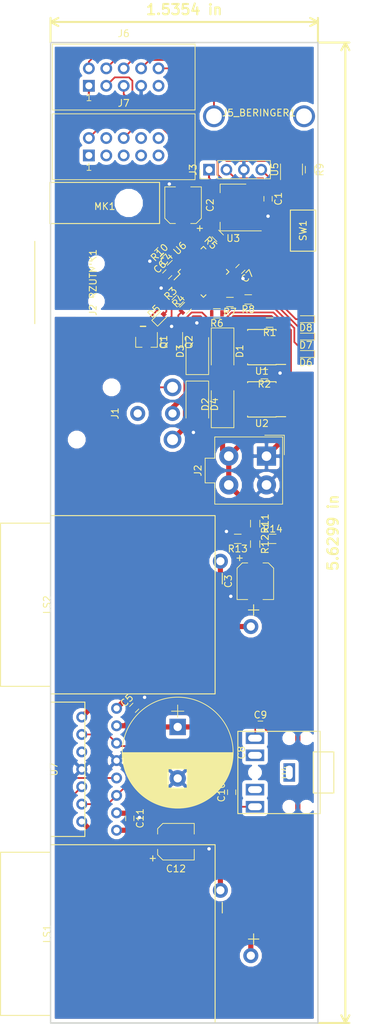
<source format=kicad_pcb>
(kicad_pcb (version 20171130) (host pcbnew "(5.0.0-rc2-dev-311-g1dd4af297)")
  (title_block (title resetUSB) (date 2018-02-14) (rev 1.0) (comment 1 "Projektant: Marek Piotrowski"))
  (layers (0 F.Cu signal) (31 B.Cu signal) (34 B.Paste user) (35 F.Paste user) (36 B.SilkS user) (37 F.SilkS user) (38 B.Mask user) (39 F.Mask user) (44 Edge.Cuts user))
  (net 0 "")
  (net 1 GND)
  (net 2 +5V)
  (net 3 +3V3)
  (net 4 +12V)
  (net 5 "Net-(D1-Pad2)")
  (net 6 "Net-(D2-Pad2)")
  (net 7 "Net-(D5-Pad1)")
  (net 8 "Net-(D6-Pad2)")
  (net 9 "Net-(D7-Pad2)")
  (net 10 "Net-(D8-Pad2)")
  (net 11 /SWDIO)
  (net 12 /USB_P)
  (net 13 /USB_M)
  (net 14 "Net-(J6-Pad2)")
  (net 15 "Net-(Q1-Pad1)")
  (net 16 "Net-(Q1-Pad3)")
  (net 17 "Net-(Q2-Pad3)")
  (net 18 "Net-(Q2-Pad1)")
  (net 19 /USB_PWR)
  (net 20 "Net-(J5_BERINGER1-Pad5)")
  (net 21 "Net-(J5_BERINGER1-Pad2)")
  (net 22 "Net-(J5_BERINGER1-Pad4)")
  (net 23 "Net-(J5_BERINGER1-Pad3)")
  (net 24 "Net-(J5_BERINGER1-Pad1)")
  (net 25 /SWCLK)
  (net 26 "Net-(C4-Pad1)")
  (net 27 /M_IMP)
  (net 28 /RZUTNIK_VBUS)
  (net 29 /RZUTNIK_DP)
  (net 30 /RZUTNIK_DM)
  (net 31 /PC_PWR)
  (net 32 /PC_LED)
  (net 33 /M_IN1)
  (net 34 /M_IN2)
  (net 35 /LED_RED)
  (net 36 /LED_GREEN)
  (net 37 /LED_BLUE)
  (net 38 /PRZYCISK)
  (net 39 "Net-(C3-Pad1)")
  (net 40 GNDA)
  (net 41 "Net-(C9-Pad1)")
  (net 42 "Net-(C9-Pad2)")
  (net 43 "Net-(C10-Pad2)")
  (net 44 "Net-(C10-Pad1)")
  (net 45 "Net-(LS1-Pad2)")
  (net 46 "Net-(LS1-Pad1)")
  (net 47 "Net-(LS2-Pad1)")
  (net 48 "Net-(LS2-Pad2)")
  (net 49 "Net-(R11-Pad2)")
  (net 50 /WZM_ST-BY)
  (net 51 "Net-(C12-Pad1)")
  (module Capacitors_SMD:CP_Elec_5x5.3 (layer F.Cu) (at 64.3255 135.5185)
    (fp_text reference C12 (at 0 3.92) (layer F.SilkS))
    (fp_text value 47u)
    (fp_text user + (at -3.38 2.34) (layer F.SilkS))
    (pad 1 smd rect (at -2.2 0 180) (size 3 1.6) (layers F.Cu F.Paste F.Mask) (net 51 "Net-(C12-Pad1)"))
    (pad 2 smd rect (at 2.2 0 180) (size 3 1.6) (layers F.Cu F.Paste F.Mask) (net 40 GNDA))
  )
  (module Capacitors_SMD:C_0603 (layer F.Cu) (at 72.4535 128.2795 90)
    (fp_text reference C10 (at 0 -1.5 90) (layer F.SilkS))
    (fp_text value 0.47u)
    (pad 2 smd rect (at 0.75 0 90) (size 0.8 0.75) (layers F.Cu F.Paste F.Mask) (net 43 "Net-(C10-Pad2)"))
    (pad 1 smd rect (at -0.75 0 90) (size 0.8 0.75) (layers F.Cu F.Paste F.Mask) (net 44 "Net-(C10-Pad1)"))
  )
  (module mpio:NLJ2MD-H (layer F.Cu) (at 46.0375 100.9325 270)
    (fp_text reference LS2 (at 0 0.5 270) (layer F.SilkS))
    (fp_text value speak-on)
    (fp_text user - (at -3.81 -24.892 270) (layer F.SilkS) (effects (font (size 2 2))))
    (fp_text user + (at 0.762 -29.464 270) (layer F.SilkS) (effects (font (size 2 2))))
    (pad 1 thru_hole circle (at 3.18 -29.21 270) (size 2.2 2.2) (drill 1.2) (layers *.Cu *.Mask) (net 47 "Net-(LS2-Pad1)"))
    (pad 2 thru_hole circle (at -6.35 -24.77 270) (size 2.2 2.2) (drill 1.2) (layers *.Cu *.Mask) (net 48 "Net-(LS2-Pad2)"))
  )
  (module TO_SOT_Packages_SMD:SOT-23 (layer F.Cu) (at 60.0345 62.614 270)
    (fp_text reference Q1 (at 0 -2.5 270) (layer F.SilkS))
    (fp_text value BC817)
    (pad 3 smd rect (at 1 0 270) (size 0.9 0.8) (layers F.Cu F.Paste F.Mask) (net 16 "Net-(Q1-Pad3)"))
    (pad 2 smd rect (at -1 0.95 270) (size 0.9 0.8) (layers F.Cu F.Paste F.Mask) (net 40 GNDA))
    (pad 1 smd rect (at -1 -0.95 270) (size 0.9 0.8) (layers F.Cu F.Paste F.Mask) (net 15 "Net-(Q1-Pad1)"))
  )
  (module TO_SOT_Packages_SMD:SOT-23 (layer F.Cu) (at 63.7175 62.614 270)
    (fp_text reference Q2 (at 0 -2.5 270) (layer F.SilkS))
    (fp_text value BC817)
    (pad 3 smd rect (at 1 0 270) (size 0.9 0.8) (layers F.Cu F.Paste F.Mask) (net 17 "Net-(Q2-Pad3)"))
    (pad 2 smd rect (at -1 0.95 270) (size 0.9 0.8) (layers F.Cu F.Paste F.Mask) (net 40 GNDA))
    (pad 1 smd rect (at -1 -0.95 270) (size 0.9 0.8) (layers F.Cu F.Paste F.Mask) (net 18 "Net-(Q2-Pad1)"))
  )
  (module mpio:AC3MAH-AU-PRE (layer F.Cu) (at 54.9375 73.0325 90)
    (fp_text reference J1 (at 0 0.5 90) (layer F.SilkS))
    (fp_text value XLR3)
    (pad "" np_thru_hole circle (at -3.81 -5.08 90) (size 1.6 1.6) (drill 1.6) (layers *.Cu *.Mask))
    (pad "" np_thru_hole circle (at 3.81 0 90) (size 1.6 1.6) (drill 1.6) (layers *.Cu *.Mask))
    (pad 4 thru_hole circle (at 0 3.81 90) (size 2.2 2.2) (drill 1.2) (layers *.Cu *.Mask))
    (pad 3 thru_hole circle (at 0 8.89 90) (size 2.2 2.2) (drill 1.2) (layers *.Cu *.Mask) (net 5 "Net-(D1-Pad2)"))
    (pad 2 thru_hole circle (at -3.81 8.89 90) (size 2.6 2.6) (drill 1.6) (layers *.Cu *.Mask) (net 6 "Net-(D2-Pad2)"))
    (pad 1 thru_hole circle (at 3.81 8.89 90) (size 2.6 2.6) (drill 1.6) (layers *.Cu *.Mask) (net 7 "Net-(D5-Pad1)"))
  )
  (module Capacitors_SMD:C_0603 (layer F.Cu) (at 58.2295 115.9605 45)
    (fp_text reference C5 (at 0 -1.5 45) (layer F.SilkS))
    (fp_text value 100n)
    (pad 2 smd rect (at 0.75 0 45) (size 0.8 0.75) (layers F.Cu F.Paste F.Mask) (net 40 GNDA))
    (pad 1 smd rect (at -0.75 0 45) (size 0.8 0.75) (layers F.Cu F.Paste F.Mask) (net 4 +12V))
  )
  (module Resistors_SMD:R_0603 (layer F.Cu) (at 75.8825 89.1 270)
    (fp_text reference R11 (at 0 -1.45 270) (layer F.SilkS))
    (fp_text value N.C.)
    (pad 2 smd rect (at 0.75 0 270) (size 0.5 0.9) (layers F.Cu F.Paste F.Mask) (net 49 "Net-(R11-Pad2)"))
    (pad 1 smd rect (at -0.75 0 270) (size 0.5 0.9) (layers F.Cu F.Paste F.Mask) (net 50 /WZM_ST-BY))
  )
  (module Capacitors_THT:CP_Radial_D16.0mm_P7.50mm (layer F.Cu) (at 64.5795 118.7545 270)
    (fp_text reference C8 (at 3.75 -9.31 270) (layer F.SilkS))
    (fp_text value 4700u)
    (pad 1 thru_hole rect (at 0 0 270) (size 2.4 2.4) (drill 1.2) (layers *.Cu *.Mask) (net 4 +12V))
    (pad 2 thru_hole circle (at 7.5 0 270) (size 2.4 2.4) (drill 1.2) (layers *.Cu *.Mask) (net 40 GNDA))
  )
  (module mpio:NLJ2MD-H (layer F.Cu) (at 46.0375 148.9325 270)
    (fp_text reference LS1 (at 0 0.5 270) (layer F.SilkS))
    (fp_text value speak-on)
    (fp_text user + (at 0.762 -29.464 270) (layer F.SilkS) (effects (font (size 2 2))))
    (fp_text user - (at -3.81 -24.892 270) (layer F.SilkS) (effects (font (size 2 2))))
    (pad 2 thru_hole circle (at -6.35 -24.77 270) (size 2.2 2.2) (drill 1.2) (layers *.Cu *.Mask) (net 45 "Net-(LS1-Pad2)"))
    (pad 1 thru_hole circle (at 3.18 -29.21 270) (size 2.2 2.2) (drill 1.2) (layers *.Cu *.Mask) (net 46 "Net-(LS1-Pad1)"))
  )
  (module Capacitors_SMD:C_0603 (layer F.Cu) (at 77.760359 41.721041 270)
    (fp_text reference C1 (at 0 -1.5 270) (layer F.SilkS))
    (fp_text value 100n)
    (pad 1 smd rect (at -0.75 0 270) (size 0.8 0.75) (layers F.Cu F.Paste F.Mask) (net 2 +5V))
    (pad 2 smd rect (at 0.75 0 270) (size 0.8 0.75) (layers F.Cu F.Paste F.Mask) (net 1 GND))
  )
  (module Capacitors_SMD:CP_Elec_5x5.3 (layer F.Cu) (at 65.3923 42.6561 90)
    (fp_text reference C2 (at 0 3.92 90) (layer F.SilkS))
    (fp_text value 10u)
    (fp_text user + (at -3.38 2.34 90) (layer F.SilkS))
    (pad 2 smd rect (at 2.2 0 270) (size 3 1.6) (layers F.Cu F.Paste F.Mask) (net 1 GND))
    (pad 1 smd rect (at -2.2 0 270) (size 3 1.6) (layers F.Cu F.Paste F.Mask) (net 3 +3V3))
  )
  (module TO_SOT_Packages_SMD:SOT-223-3_TabPin2 (layer F.Cu) (at 72.680359 42.991041 180)
    (fp_text reference U3 (at 0 -4.5 180) (layer F.SilkS))
    (fp_text value LD1117S33TR)
    (pad 1 smd rect (at -3.15 -2.3 180) (size 2 1.5) (layers F.Cu F.Paste F.Mask) (net 1 GND))
    (pad 3 smd rect (at -3.15 2.3 180) (size 2 1.5) (layers F.Cu F.Paste F.Mask) (net 2 +5V))
    (pad 2 smd rect (at -3.15 0 180) (size 2 1.5) (layers F.Cu F.Paste F.Mask) (net 3 +3V3))
    (pad 2 smd rect (at 3.15 0 180) (size 2 3.8) (layers F.Cu F.Paste F.Mask) (net 3 +3V3))
  )
  (module Resistors_SMD:R_0603 (layer F.Cu) (at 72.1995 56.7785 180)
    (fp_text reference R7 (at 0 -1.45 180) (layer F.SilkS))
    (fp_text value 6K8)
    (pad 1 smd rect (at -0.75 0 180) (size 0.5 0.9) (layers F.Cu F.Paste F.Mask) (net 9 "Net-(D7-Pad2)"))
    (pad 2 smd rect (at 0.75 0 180) (size 0.5 0.9) (layers F.Cu F.Paste F.Mask) (net 36 /LED_GREEN))
  )
  (module mpio:SW_3x6_1,6x7,4 (layer F.Cu) (at 82.8675 46.3645 90)
    (fp_text reference SW1 (at 0 0 90) (layer F.SilkS))
    (fp_text value "TACTM-34N-F " hide)
    (pad 2 smd rect (at 3.7 0 90) (size 2.18 1.6) (layers F.Cu F.Paste F.Mask) (net 38 /PRZYCISK))
    (pad 1 smd rect (at -3.7 0 90) (size 2.18 1.6) (layers F.Cu F.Paste F.Mask) (net 1 GND))
  )
  (module Capacitors_SMD:C_0603 (layer F.Cu) (at 63.0555 52.736606 45)
    (fp_text reference C6 (at 0 -1.5 45) (layer F.SilkS))
    (fp_text value 100n)
    (pad 1 smd rect (at -0.75 0 45) (size 0.8 0.75) (layers F.Cu F.Paste F.Mask) (net 3 +3V3))
    (pad 2 smd rect (at 0.75 0 45) (size 0.8 0.75) (layers F.Cu F.Paste F.Mask) (net 1 GND))
  )
  (module Capacitors_SMD:C_0603 (layer F.Cu) (at 73.7235 51.9525 225)
    (fp_text reference C7 (at 0 -1.5 225) (layer F.SilkS))
    (fp_text value 100n)
    (pad 1 smd rect (at -0.75 0 225) (size 0.8 0.75) (layers F.Cu F.Paste F.Mask) (net 3 +3V3))
    (pad 2 smd rect (at 0.75 0 225) (size 0.8 0.75) (layers F.Cu F.Paste F.Mask) (net 1 GND))
  )
  (module Housings_QFP:LQFP-32_5x5mm_Pitch0.5mm (layer F.Cu) (at 68.340645 52.377396 45)
    (fp_text reference U6 (at 0 -4.85 45) (layer F.SilkS))
    (fp_text value STM32F042K6Tx)
    (pad 1 smd rect (at -3.25 -1.75 45) (size 1.2 0.28) (layers F.Cu F.Paste F.Mask) (net 3 +3V3))
    (pad 2 smd rect (at -3.250001 -1.25 45) (size 1.2 0.28) (layers F.Cu F.Paste F.Mask) (net 50 /WZM_ST-BY))
    (pad 3 smd rect (at -3.25 -0.75 45) (size 1.2 0.28) (layers F.Cu F.Paste F.Mask) (net 27 /M_IMP))
    (pad 4 smd rect (at -3.25 -0.25 45) (size 1.2 0.28) (layers F.Cu F.Paste F.Mask))
    (pad 5 smd rect (at -3.25 0.25 45) (size 1.2 0.28) (layers F.Cu F.Paste F.Mask) (net 3 +3V3))
    (pad 6 smd rect (at -3.25 0.75 45) (size 1.2 0.28) (layers F.Cu F.Paste F.Mask) (net 33 /M_IN1))
    (pad 7 smd rect (at -3.250001 1.25 45) (size 1.2 0.28) (layers F.Cu F.Paste F.Mask) (net 34 /M_IN2))
    (pad 8 smd rect (at -3.25 1.75 45) (size 1.2 0.28) (layers F.Cu F.Paste F.Mask))
    (pad 9 smd rect (at -1.75 3.25 135) (size 1.2 0.28) (layers F.Cu F.Paste F.Mask) (net 35 /LED_RED))
    (pad 10 smd rect (at -1.25 3.250001 135) (size 1.2 0.28) (layers F.Cu F.Paste F.Mask) (net 36 /LED_GREEN))
    (pad 11 smd rect (at -0.75 3.25 135) (size 1.2 0.28) (layers F.Cu F.Paste F.Mask) (net 37 /LED_BLUE))
    (pad 12 smd rect (at -0.25 3.25 135) (size 1.2 0.28) (layers F.Cu F.Paste F.Mask))
    (pad 13 smd rect (at 0.25 3.25 135) (size 1.2 0.28) (layers F.Cu F.Paste F.Mask))
    (pad 14 smd rect (at 0.75 3.25 135) (size 1.2 0.28) (layers F.Cu F.Paste F.Mask))
    (pad 15 smd rect (at 1.25 3.250001 135) (size 1.2 0.28) (layers F.Cu F.Paste F.Mask))
    (pad 16 smd rect (at 1.75 3.25 135) (size 1.2 0.28) (layers F.Cu F.Paste F.Mask) (net 1 GND))
    (pad 17 smd rect (at 3.25 1.75 45) (size 1.2 0.28) (layers F.Cu F.Paste F.Mask) (net 3 +3V3))
    (pad 18 smd rect (at 3.250001 1.25 45) (size 1.2 0.28) (layers F.Cu F.Paste F.Mask))
    (pad 19 smd rect (at 3.25 0.75 45) (size 1.2 0.28) (layers F.Cu F.Paste F.Mask) (net 38 /PRZYCISK))
    (pad 20 smd rect (at 3.25 0.25 45) (size 1.2 0.28) (layers F.Cu F.Paste F.Mask) (net 19 /USB_PWR))
    (pad 21 smd rect (at 3.25 -0.25 45) (size 1.2 0.28) (layers F.Cu F.Paste F.Mask) (net 13 /USB_M))
    (pad 22 smd rect (at 3.25 -0.75 45) (size 1.2 0.28) (layers F.Cu F.Paste F.Mask) (net 12 /USB_P))
    (pad 23 smd rect (at 3.250001 -1.25 45) (size 1.2 0.28) (layers F.Cu F.Paste F.Mask) (net 11 /SWDIO))
    (pad 24 smd rect (at 3.25 -1.75 45) (size 1.2 0.28) (layers F.Cu F.Paste F.Mask) (net 25 /SWCLK))
    (pad 25 smd rect (at 1.75 -3.25 135) (size 1.2 0.28) (layers F.Cu F.Paste F.Mask))
    (pad 26 smd rect (at 1.25 -3.250001 135) (size 1.2 0.28) (layers F.Cu F.Paste F.Mask) (net 32 /PC_LED))
    (pad 27 smd rect (at 0.75 -3.25 135) (size 1.2 0.28) (layers F.Cu F.Paste F.Mask) (net 31 /PC_PWR))
    (pad 28 smd rect (at 0.25 -3.25 135) (size 1.2 0.28) (layers F.Cu F.Paste F.Mask) (net 28 /RZUTNIK_VBUS))
    (pad 29 smd rect (at -0.25 -3.25 135) (size 1.2 0.28) (layers F.Cu F.Paste F.Mask) (net 30 /RZUTNIK_DM))
    (pad 30 smd rect (at -0.75 -3.25 135) (size 1.2 0.28) (layers F.Cu F.Paste F.Mask) (net 29 /RZUTNIK_DP))
    (pad 31 smd rect (at -1.25 -3.250001 135) (size 1.2 0.28) (layers F.Cu F.Paste F.Mask) (net 26 "Net-(C4-Pad1)"))
    (pad 32 smd rect (at -1.75 -3.25 135) (size 1.2 0.28) (layers F.Cu F.Paste F.Mask) (net 1 GND))
  )
  (module Resistors_SMD:R_0603 (layer F.Cu) (at 64.5795 56.584277 45)
    (fp_text reference R3 (at 0 -1.45 45) (layer F.SilkS))
    (fp_text value 10K)
    (pad 2 smd rect (at 0.75 0 45) (size 0.5 0.9) (layers F.Cu F.Paste F.Mask) (net 33 /M_IN1))
    (pad 1 smd rect (at -0.75 0 45) (size 0.5 0.9) (layers F.Cu F.Paste F.Mask) (net 15 "Net-(Q1-Pad1)"))
  )
  (module Resistors_SMD:R_0603 (layer F.Cu) (at 70.4215 47.1265 135)
    (fp_text reference R5 (at 0 -1.45 135) (layer F.SilkS))
    (fp_text value 100K)
    (pad 2 smd rect (at 0.75 0 135) (size 0.5 0.9) (layers F.Cu F.Paste F.Mask) (net 3 +3V3))
    (pad 1 smd rect (at -0.75 0 135) (size 0.5 0.9) (layers F.Cu F.Paste F.Mask) (net 11 /SWDIO))
  )
  (module mpio:USB-A_SMD (layer F.Cu) (at 76.4415 29.6865 180)
    (fp_text reference J5_BERINGER1 (at 0 0.5 180) (layer F.SilkS))
    (fp_text value TUEA4F2SOBHT)
    (pad 5 thru_hole circle (at -6.57 0 180) (size 3.2 3.2) (drill 2.3) (layers *.Cu *.Mask) (net 20 "Net-(J5_BERINGER1-Pad5)"))
    (pad 5 thru_hole circle (at 6.57 0 180) (size 3.2 3.2) (drill 2.3) (layers *.Cu *.Mask) (net 20 "Net-(J5_BERINGER1-Pad5)"))
    (pad 3 smd rect (at 1 -4.21 180) (size 1 3) (layers F.Cu F.Paste F.Mask) (net 23 "Net-(J5_BERINGER1-Pad3)"))
    (pad 4 smd rect (at 3.5 -4.21 180) (size 1 3) (layers F.Cu F.Paste F.Mask) (net 22 "Net-(J5_BERINGER1-Pad4)"))
    (pad 2 smd rect (at -1 -4.21 180) (size 1 3) (layers F.Cu F.Paste F.Mask) (net 21 "Net-(J5_BERINGER1-Pad2)"))
    (pad 1 smd rect (at -3.5 -4.21 180) (size 1 3) (layers F.Cu F.Paste F.Mask) (net 24 "Net-(J5_BERINGER1-Pad1)"))
  )
  (module Resistors_SMD:R_0603 (layer F.Cu) (at 65.7225 57.6675 45)
    (fp_text reference R4 (at 0 -1.45 45) (layer F.SilkS))
    (fp_text value 10K)
    (pad 2 smd rect (at 0.75 0 45) (size 0.5 0.9) (layers F.Cu F.Paste F.Mask) (net 34 /M_IN2))
    (pad 1 smd rect (at -0.75 0 45) (size 0.5 0.9) (layers F.Cu F.Paste F.Mask) (net 18 "Net-(Q2-Pad1)"))
  )
  (module Resistors_SMD:R_0603 (layer F.Cu) (at 62.952491 50.581344 45)
    (fp_text reference R10 (at 0 -1.45 45) (layer F.SilkS))
    (fp_text value 100K)
    (pad 1 smd rect (at -0.75 0 45) (size 0.5 0.9) (layers F.Cu F.Paste F.Mask) (net 1 GND))
    (pad 2 smd rect (at 0.75 0 45) (size 0.5 0.9) (layers F.Cu F.Paste F.Mask) (net 26 "Net-(C4-Pad1)"))
  )
  (module Capacitors_SMD:C_0603 (layer F.Cu) (at 61.883345 49.495228 225)
    (fp_text reference C4 (at 0 -1.5 225) (layer F.SilkS))
    (fp_text value 100n)
    (pad 2 smd rect (at 0.75 0 225) (size 0.8 0.75) (layers F.Cu F.Paste F.Mask) (net 1 GND))
    (pad 1 smd rect (at -0.75 0 225) (size 0.8 0.75) (layers F.Cu F.Paste F.Mask) (net 26 "Net-(C4-Pad1)"))
  )
  (module Diodes_SMD:D_SOD-523 (layer F.Cu) (at 62.0395 59.0645 45)
    (fp_text reference D5 (at 0 -1.3 45) (layer F.SilkS))
    (fp_text value D_Schottky)
    (pad 1 smd rect (at -0.7 0 225) (size 0.6 0.7) (layers F.Cu F.Paste F.Mask) (net 7 "Net-(D5-Pad1)"))
    (pad 2 smd rect (at 0.7 0 225) (size 0.6 0.7) (layers F.Cu F.Paste F.Mask) (net 27 /M_IMP))
  )
  (module Diodes_SMD:D_SMA (layer F.Cu) (at 67.445 63.9602 90)
    (fp_text reference D3 (at 0 -2.5 90) (layer F.SilkS))
    (fp_text value D)
    (pad 1 smd rect (at -2 0 90) (size 2.5 1.8) (layers F.Cu F.Paste F.Mask) (net 5 "Net-(D1-Pad2)"))
    (pad 2 smd rect (at 2 0 90) (size 2.5 1.8) (layers F.Cu F.Paste F.Mask) (net 40 GNDA))
  )
  (module LEDs:LED_0603 (layer F.Cu) (at 83.272 64.3615 180)
    (fp_text reference D6 (at 0 -1.25 180) (layer F.SilkS))
    (fp_text value RED)
    (pad 1 smd rect (at -0.8 0) (size 0.8 0.8) (layers F.Cu F.Paste F.Mask) (net 1 GND))
    (pad 2 smd rect (at 0.8 0) (size 0.8 0.8) (layers F.Cu F.Paste F.Mask) (net 8 "Net-(D6-Pad2)"))
  )
  (module LEDs:LED_0603 (layer F.Cu) (at 83.272 61.8215 180)
    (fp_text reference D7 (at 0 -1.25 180) (layer F.SilkS))
    (fp_text value GREEN)
    (pad 1 smd rect (at -0.8 0) (size 0.8 0.8) (layers F.Cu F.Paste F.Mask) (net 1 GND))
    (pad 2 smd rect (at 0.8 0) (size 0.8 0.8) (layers F.Cu F.Paste F.Mask) (net 9 "Net-(D7-Pad2)"))
  )
  (module LEDs:LED_0603 (layer F.Cu) (at 83.272 59.2815 180)
    (fp_text reference D8 (at 0 -1.25 180) (layer F.SilkS))
    (fp_text value BLUE)
    (pad 1 smd rect (at -0.8 0) (size 0.8 0.8) (layers F.Cu F.Paste F.Mask) (net 1 GND))
    (pad 2 smd rect (at 0.8 0) (size 0.8 0.8) (layers F.Cu F.Paste F.Mask) (net 10 "Net-(D8-Pad2)"))
  )
  (module mpio:USB-B_SMD (layer F.Cu) (at 52.7375 53.9325 270)
    (fp_text reference J2_RZUTNIK1 (at 0 0.5 270) (layer F.SilkS))
    (fp_text value USBB-G-SMD)
    (pad 1 smd rect (at 1.875 -7 270) (size 0.7 3) (layers F.Cu F.Paste F.Mask) (net 28 /RZUTNIK_VBUS))
    (pad 3 smd rect (at -1.875 -7 270) (size 0.7 3) (layers F.Cu F.Paste F.Mask) (net 29 /RZUTNIK_DP))
    (pad 4 smd rect (at 0.625 -7 270) (size 0.7 3) (layers F.Cu F.Paste F.Mask) (net 1 GND))
    (pad 2 smd rect (at -0.625 -7 270) (size 0.7 3) (layers F.Cu F.Paste F.Mask) (net 30 /RZUTNIK_DM))
    (pad 5 smd rect (at 6.8 0 270) (size 3.4 6.04) (drill (offset 0 -0.58)) (layers F.Cu F.Paste F.Mask) (net 1 GND))
    (pad 5 smd rect (at -6.8 0 270) (size 3.4 6.04) (drill (offset 0 -0.58)) (layers F.Cu F.Paste F.Mask) (net 1 GND))
    (pad "" np_thru_hole circle (at 2.75 0 270) (size 1.4 1.4) (drill 1.4) (layers *.Cu *.Mask))
    (pad "" np_thru_hole circle (at -2.75 0 270) (size 1.4 1.4) (drill 1.4) (layers *.Cu *.Mask))
  )
  (module Resistors_SMD:R_0603 (layer F.Cu) (at 74.8665 56.3975 180)
    (fp_text reference R8 (at 0 -1.45 180) (layer F.SilkS))
    (fp_text value 33K)
    (pad 2 smd rect (at 0.75 0 180) (size 0.5 0.9) (layers F.Cu F.Paste F.Mask) (net 37 /LED_BLUE))
    (pad 1 smd rect (at -0.75 0 180) (size 0.5 0.9) (layers F.Cu F.Paste F.Mask) (net 10 "Net-(D8-Pad2)"))
  )
  (module Resistors_SMD:R_0603 (layer F.Cu) (at 70.2945 58.4295 180)
    (fp_text reference R6 (at 0 -1.45 180) (layer F.SilkS))
    (fp_text value 22K)
    (pad 2 smd rect (at 0.75 0 180) (size 0.5 0.9) (layers F.Cu F.Paste F.Mask) (net 35 /LED_RED))
    (pad 1 smd rect (at -0.75 0 180) (size 0.5 0.9) (layers F.Cu F.Paste F.Mask) (net 8 "Net-(D6-Pad2)"))
  )
  (module Resistors_SMD:R_0603 (layer F.Cu) (at 83.8835 37.4745 270)
    (fp_text reference R9 (at 0 -1.45 270) (layer F.SilkS))
    (fp_text value 100K)
    (pad 2 smd rect (at 0.75 0 270) (size 0.5 0.9) (layers F.Cu F.Paste F.Mask) (net 19 /USB_PWR))
    (pad 1 smd rect (at -0.75 0 270) (size 0.5 0.9) (layers F.Cu F.Paste F.Mask) (net 14 "Net-(J6-Pad2)"))
  )
  (module mpio:IDC10 (layer F.Cu) (at 51.6255 25.2425)
    (fp_text reference J6 (at 5.08 -7.62) (layer F.SilkS))
    (fp_text value Conn_02x05)
    (fp_text user 1 (at 0.02 1.72) (layer F.SilkS) (effects (font (thickness 0.12))))
    (pad 1 thru_hole rect (at 0 0) (size 1.7272 1.7272) (drill 1.016) (layers *.Cu *.Mask) (net 2 +5V))
    (pad 2 thru_hole oval (at 0 -2.54) (size 1.7272 1.7272) (drill 1.016) (layers *.Cu *.Mask) (net 14 "Net-(J6-Pad2)"))
    (pad 3 thru_hole oval (at 2.54 0) (size 1.7272 1.7272) (drill 1.016) (layers *.Cu *.Mask) (net 13 /USB_M))
    (pad 4 thru_hole oval (at 2.54 -2.54) (size 1.7272 1.7272) (drill 1.016) (layers *.Cu *.Mask) (net 21 "Net-(J5_BERINGER1-Pad2)"))
    (pad 5 thru_hole oval (at 5.08 0) (size 1.7272 1.7272) (drill 1.016) (layers *.Cu *.Mask) (net 12 /USB_P))
    (pad 6 thru_hole oval (at 5.08 -2.54) (size 1.7272 1.7272) (drill 1.016) (layers *.Cu *.Mask) (net 23 "Net-(J5_BERINGER1-Pad3)"))
    (pad 7 thru_hole oval (at 7.62 0) (size 1.7272 1.7272) (drill 1.016) (layers *.Cu *.Mask) (net 1 GND))
    (pad 8 thru_hole oval (at 7.62 -2.54) (size 1.7272 1.7272) (drill 1.016) (layers *.Cu *.Mask) (net 22 "Net-(J5_BERINGER1-Pad4)"))
    (pad 9 thru_hole oval (at 10.16 0) (size 1.7272 1.7272) (drill 1.016) (layers *.Cu *.Mask))
    (pad 10 thru_hole oval (at 10.16 -2.54) (size 1.7272 1.7272) (drill 1.016) (layers *.Cu *.Mask) (net 20 "Net-(J5_BERINGER1-Pad5)"))
  )
  (module mpio:IDC10 (layer F.Cu) (at 51.6255 35.4025)
    (fp_text reference J7 (at 5.08 -7.62) (layer F.SilkS))
    (fp_text value Conn_02x05)
    (fp_text user 1 (at 0.02 1.72) (layer F.SilkS) (effects (font (thickness 0.12))))
    (pad 10 thru_hole oval (at 10.16 -2.54) (size 1.7272 1.7272) (drill 1.016) (layers *.Cu *.Mask))
    (pad 9 thru_hole oval (at 10.16 0) (size 1.7272 1.7272) (drill 1.016) (layers *.Cu *.Mask))
    (pad 8 thru_hole oval (at 7.62 -2.54) (size 1.7272 1.7272) (drill 1.016) (layers *.Cu *.Mask))
    (pad 7 thru_hole oval (at 7.62 0) (size 1.7272 1.7272) (drill 1.016) (layers *.Cu *.Mask))
    (pad 6 thru_hole oval (at 5.08 -2.54) (size 1.7272 1.7272) (drill 1.016) (layers *.Cu *.Mask) (net 31 /PC_PWR))
    (pad 5 thru_hole oval (at 5.08 0) (size 1.7272 1.7272) (drill 1.016) (layers *.Cu *.Mask))
    (pad 4 thru_hole oval (at 2.54 -2.54) (size 1.7272 1.7272) (drill 1.016) (layers *.Cu *.Mask))
    (pad 3 thru_hole oval (at 2.54 0) (size 1.7272 1.7272) (drill 1.016) (layers *.Cu *.Mask))
    (pad 2 thru_hole oval (at 0 -2.54) (size 1.7272 1.7272) (drill 1.016) (layers *.Cu *.Mask) (net 32 /PC_LED))
    (pad 1 thru_hole rect (at 0 0) (size 1.7272 1.7272) (drill 1.016) (layers *.Cu *.Mask))
  )
  (module Pin_Headers:Pin_Header_Straight_1x04_Pitch2.54mm (layer F.Cu) (at 69.1515 37.4745 90)
    (fp_text reference J3 (at 0 -2.33 90) (layer F.SilkS))
    (fp_text value SWD_4pin)
    (pad 4 thru_hole oval (at 0 7.62 90) (size 1.7 1.7) (drill 1) (layers *.Cu *.Mask) (net 11 /SWDIO))
    (pad 3 thru_hole oval (at 0 5.08 90) (size 1.7 1.7) (drill 1) (layers *.Cu *.Mask) (net 1 GND))
    (pad 2 thru_hole oval (at 0 2.54 90) (size 1.7 1.7) (drill 1) (layers *.Cu *.Mask) (net 25 /SWCLK))
    (pad 1 thru_hole rect (at 0 0 90) (size 1.7 1.7) (drill 1) (layers *.Cu *.Mask) (net 3 +3V3))
  )
  (module mpio:TSOP-6_1.65x3.05mm_Pitch0.95mm (layer F.Cu) (at 81.1784 37.4378 90)
    (fp_text reference U5 (at 0 -2.45 90) (layer F.SilkS))
    (fp_text value IRLTS2242)
    (pad 6 smd rect (at 1.16 -0.95 90) (size 0.7 0.51) (layers F.Cu F.Paste F.Mask) (net 24 "Net-(J5_BERINGER1-Pad1)"))
    (pad 5 smd rect (at 1.16 0 90) (size 0.7 0.51) (layers F.Cu F.Paste F.Mask) (net 24 "Net-(J5_BERINGER1-Pad1)"))
    (pad 4 smd rect (at 1.16 0.95 90) (size 0.7 0.51) (layers F.Cu F.Paste F.Mask) (net 14 "Net-(J6-Pad2)"))
    (pad 3 smd rect (at -1.16 0.95 90) (size 0.7 0.51) (layers F.Cu F.Paste F.Mask) (net 19 /USB_PWR))
    (pad 2 smd rect (at -1.16 0 90) (size 0.7 0.51) (layers F.Cu F.Paste F.Mask) (net 24 "Net-(J5_BERINGER1-Pad1)"))
    (pad 1 smd rect (at -1.16 -0.95 90) (size 0.7 0.51) (layers F.Cu F.Paste F.Mask) (net 24 "Net-(J5_BERINGER1-Pad1)"))
  )
  (module Resistors_SMD:R_0603 (layer F.Cu) (at 77.224 67.2956 180)
    (fp_text reference R2 (at 0 -1.45 180) (layer F.SilkS))
    (fp_text value 10K)
    (pad 2 smd rect (at 0.75 0 180) (size 0.5 0.9) (layers F.Cu F.Paste F.Mask) (net 4 +12V))
    (pad 1 smd rect (at -0.75 0 180) (size 0.5 0.9) (layers F.Cu F.Paste F.Mask) (net 17 "Net-(Q2-Pad3)"))
  )
  (module mpio:SOIC-8_3.9x4.9mm_Pitch1.27mm (layer F.Cu) (at 76.8557 70.9786 180)
    (fp_text reference U2 (at 0 -3.5 180) (layer F.SilkS))
    (fp_text value AO4616)
    (pad 8 smd rect (at 2.7 -1.905 180) (size 1.55 0.6) (layers F.Cu F.Paste F.Mask) (net 6 "Net-(D2-Pad2)"))
    (pad 7 smd rect (at 2.7 -0.635 180) (size 1.55 0.6) (layers F.Cu F.Paste F.Mask) (net 6 "Net-(D2-Pad2)"))
    (pad 6 smd rect (at 2.7 0.635 180) (size 1.55 0.6) (layers F.Cu F.Paste F.Mask) (net 6 "Net-(D2-Pad2)"))
    (pad 5 smd rect (at 2.7 1.905 180) (size 1.55 0.6) (layers F.Cu F.Paste F.Mask) (net 6 "Net-(D2-Pad2)"))
    (pad 4 smd rect (at -2.7 1.905 180) (size 1.55 0.6) (layers F.Cu F.Paste F.Mask) (net 17 "Net-(Q2-Pad3)"))
    (pad 3 smd rect (at -2.7 0.635 180) (size 1.55 0.6) (layers F.Cu F.Paste F.Mask) (net 4 +12V))
    (pad 2 smd rect (at -2.7 -0.635 180) (size 1.55 0.6) (layers F.Cu F.Paste F.Mask) (net 17 "Net-(Q2-Pad3)"))
    (pad 1 smd rect (at -2.7 -1.905 180) (size 1.55 0.6) (layers F.Cu F.Paste F.Mask) (net 40 GNDA))
  )
  (module Resistors_SMD:R_0603 (layer F.Cu) (at 77.986 59.7772 180)
    (fp_text reference R1 (at 0 -1.45 180) (layer F.SilkS))
    (fp_text value 10K)
    (pad 2 smd rect (at 0.75 0 180) (size 0.5 0.9) (layers F.Cu F.Paste F.Mask) (net 4 +12V))
    (pad 1 smd rect (at -0.75 0 180) (size 0.5 0.9) (layers F.Cu F.Paste F.Mask) (net 16 "Net-(Q1-Pad3)"))
  )
  (module mpio:SOIC-8_3.9x4.9mm_Pitch1.27mm (layer F.Cu) (at 76.8557 63.3586 180)
    (fp_text reference U1 (at 0 -3.5 180) (layer F.SilkS))
    (fp_text value AO4616)
    (pad 8 smd rect (at 2.7 -1.905 180) (size 1.55 0.6) (layers F.Cu F.Paste F.Mask) (net 5 "Net-(D1-Pad2)"))
    (pad 7 smd rect (at 2.7 -0.635 180) (size 1.55 0.6) (layers F.Cu F.Paste F.Mask) (net 5 "Net-(D1-Pad2)"))
    (pad 6 smd rect (at 2.7 0.635 180) (size 1.55 0.6) (layers F.Cu F.Paste F.Mask) (net 5 "Net-(D1-Pad2)"))
    (pad 5 smd rect (at 2.7 1.905 180) (size 1.55 0.6) (layers F.Cu F.Paste F.Mask) (net 5 "Net-(D1-Pad2)"))
    (pad 4 smd rect (at -2.7 1.905 180) (size 1.55 0.6) (layers F.Cu F.Paste F.Mask) (net 16 "Net-(Q1-Pad3)"))
    (pad 3 smd rect (at -2.7 0.635 180) (size 1.55 0.6) (layers F.Cu F.Paste F.Mask) (net 4 +12V))
    (pad 2 smd rect (at -2.7 -0.635 180) (size 1.55 0.6) (layers F.Cu F.Paste F.Mask) (net 16 "Net-(Q1-Pad3)"))
    (pad 1 smd rect (at -2.7 -1.905 180) (size 1.55 0.6) (layers F.Cu F.Paste F.Mask) (net 40 GNDA))
  )
  (module mpio:Molex_MiniFit-JR-5556-04A_2x02x4.20mm_Straight (layer F.Cu) (at 77.5335 79.2575 270)
    (fp_text reference J2 (at 2.1 10 270) (layer F.SilkS))
    (fp_text value "Mini-Fit Jr; 4,2mm")
    (pad 1 thru_hole rect (at 0 0 270) (size 2.8 2.8) (drill 1.4) (layers *.Cu *.Mask) (net 40 GNDA))
    (pad 2 thru_hole circle (at 4.2 0 270) (size 2.8 2.8) (drill 1.4) (layers *.Cu *.Mask) (net 40 GNDA))
    (pad 3 thru_hole circle (at 0 5.5 270) (size 2.8 2.8) (drill 1.4) (layers *.Cu *.Mask) (net 4 +12V))
    (pad 4 thru_hole circle (at 4.2 5.5 270) (size 2.8 2.8) (drill 1.4) (layers *.Cu *.Mask) (net 4 +12V))
  )
  (module Diodes_SMD:D_SMA (layer F.Cu) (at 71.128 63.9602 270)
    (fp_text reference D1 (at 0 -2.5 270) (layer F.SilkS))
    (fp_text value D)
    (pad 2 smd rect (at 2 0 270) (size 2.5 1.8) (layers F.Cu F.Paste F.Mask) (net 5 "Net-(D1-Pad2)"))
    (pad 1 smd rect (at -2 0 270) (size 2.5 1.8) (layers F.Cu F.Paste F.Mask) (net 4 +12V))
  )
  (module Diodes_SMD:D_SMA (layer F.Cu) (at 71.128 71.7072 90)
    (fp_text reference D2 (at 0 -2.5 90) (layer F.SilkS))
    (fp_text value D)
    (pad 2 smd rect (at 2 0 90) (size 2.5 1.8) (layers F.Cu F.Paste F.Mask) (net 6 "Net-(D2-Pad2)"))
    (pad 1 smd rect (at -2 0 90) (size 2.5 1.8) (layers F.Cu F.Paste F.Mask) (net 4 +12V))
  )
  (module Diodes_SMD:D_SMA (layer F.Cu) (at 67.445 71.7072 270)
    (fp_text reference D4 (at 0 -2.5 270) (layer F.SilkS))
    (fp_text value D)
    (pad 1 smd rect (at -2 0 270) (size 2.5 1.8) (layers F.Cu F.Paste F.Mask) (net 6 "Net-(D2-Pad2)"))
    (pad 2 smd rect (at 2 0 270) (size 2.5 1.8) (layers F.Cu F.Paste F.Mask) (net 40 GNDA))
  )
  (module mpio:PCB-MB-01 (layer F.Cu) (at 53.9375 42.3325)
    (fp_text reference MK1 (at 0 0.5) (layer F.SilkS))
    (fp_text value PCB-MB-01)
    (pad "" np_thru_hole circle (at 3.5 0) (size 3.1 3.1) (drill 3.1) (layers *.Cu *.Mask))
  )
  (module Capacitors_SMD:CP_Elec_5x5.3 (layer F.Cu) (at 75.8825 97.5045 270)
    (fp_text reference C3 (at 0 3.92 270) (layer F.SilkS))
    (fp_text value 10u)
    (fp_text user + (at -3.38 2.34 270) (layer F.SilkS))
    (pad 2 smd rect (at 2.2 0 90) (size 3 1.6) (layers F.Cu F.Paste F.Mask) (net 40 GNDA))
    (pad 1 smd rect (at -2.2 0 90) (size 3 1.6) (layers F.Cu F.Paste F.Mask) (net 39 "Net-(C3-Pad1)"))
  )
  (module Capacitors_SMD:C_0603 (layer F.Cu) (at 76.6445 118.5005)
    (fp_text reference C9 (at 0 -1.5) (layer F.SilkS))
    (fp_text value 0.47u)
    (pad 1 smd rect (at -0.75 0) (size 0.8 0.75) (layers F.Cu F.Paste F.Mask) (net 41 "Net-(C9-Pad1)"))
    (pad 2 smd rect (at 0.75 0) (size 0.8 0.75) (layers F.Cu F.Paste F.Mask) (net 42 "Net-(C9-Pad2)"))
  )
  (module Resistors_SMD:R_0603 (layer F.Cu) (at 75.8825 92.0845 270)
    (fp_text reference R12 (at 0 -1.45 270) (layer F.SilkS))
    (fp_text value 10K)
    (pad 1 smd rect (at -0.75 0 270) (size 0.5 0.9) (layers F.Cu F.Paste F.Mask) (net 49 "Net-(R11-Pad2)"))
    (pad 2 smd rect (at 0.75 0 270) (size 0.5 0.9) (layers F.Cu F.Paste F.Mask) (net 39 "Net-(C3-Pad1)"))
  )
  (module Resistors_SMD:R_0603 (layer F.Cu) (at 73.3425 91.3225 180)
    (fp_text reference R13 (at 0 -1.45 180) (layer F.SilkS))
    (fp_text value 0R)
    (pad 2 smd rect (at 0.75 0 180) (size 0.5 0.9) (layers F.Cu F.Paste F.Mask) (net 40 GNDA))
    (pad 1 smd rect (at -0.75 0 180) (size 0.5 0.9) (layers F.Cu F.Paste F.Mask) (net 49 "Net-(R11-Pad2)"))
  )
  (module Resistors_SMD:R_0603 (layer F.Cu) (at 78.4225 91.3225)
    (fp_text reference R14 (at 0 -1.45) (layer F.SilkS))
    (fp_text value N.C.)
    (pad 1 smd rect (at -0.75 0) (size 0.5 0.9) (layers F.Cu F.Paste F.Mask) (net 49 "Net-(R11-Pad2)"))
    (pad 2 smd rect (at 0.75 0) (size 0.5 0.9) (layers F.Cu F.Paste F.Mask) (net 4 +12V))
  )
  (module mpio:JC-128 (layer F.Cu) (at 80.8575 125.3945 270)
    (fp_text reference U4 (at 0 0.5 270) (layer F.SilkS))
    (fp_text value JC-128)
    (pad "" np_thru_hole circle (at 5 -2.5 270) (size 1 1) (drill 1) (layers *.Cu *.Mask))
    (pad "" np_thru_hole circle (at -5 -2.5 270) (size 1 1) (drill 1) (layers *.Cu *.Mask))
    (pad "" np_thru_hole circle (at 5 0 270) (size 1 1) (drill 1) (layers *.Cu *.Mask))
    (pad "" np_thru_hole circle (at -5 0 270) (size 1 1) (drill 1) (layers *.Cu *.Mask))
    (pad "" np_thru_hole circle (at 0 5 270) (size 1 1) (drill 1) (layers *.Cu *.Mask))
    (pad 5 thru_hole rect (at 5 5 270) (size 1.7 2.7) (drill oval 1 2) (layers *.Cu *.Mask) (net 44 "Net-(C10-Pad1)"))
    (pad 2 thru_hole rect (at -5 5 270) (size 1.7 2.7) (drill oval 1 2) (layers *.Cu *.Mask) (net 41 "Net-(C9-Pad1)"))
    (pad 4 thru_hole rect (at 2.5 5 270) (size 1.7 2.7) (drill oval 1 2) (layers *.Cu *.Mask))
    (pad 3 thru_hole rect (at -2.5 5 270) (size 1.7 2.7) (drill oval 1 2) (layers *.Cu *.Mask))
    (pad 1 thru_hole rect (at 0 0 270) (size 2.7 1.7) (drill oval 2 1) (layers *.Cu *.Mask))
  )
  (module mpio:MULTIWATT15 (layer F.Cu) (at 46.0375 124.9325 90)
    (fp_text reference U7 (at 0 0.5 90) (layer F.SilkS))
    (fp_text value TDA7375)
    (pad 8 thru_hole circle (at 0 4.55 90) (size 1.6 1.6) (drill 0.9) (layers *.Cu *.Mask) (net 40 GNDA))
    (pad 6 thru_hole circle (at -2.54 4.55 90) (size 1.6 1.6) (drill 0.9) (layers *.Cu *.Mask) (net 51 "Net-(C12-Pad1)"))
    (pad 4 thru_hole circle (at -5.08 4.55 90) (size 1.6 1.6) (drill 0.9) (layers *.Cu *.Mask) (net 42 "Net-(C9-Pad2)"))
    (pad 2 thru_hole circle (at -7.62 4.55 90) (size 1.6 1.6) (drill 0.9) (layers *.Cu *.Mask) (net 45 "Net-(LS1-Pad2)"))
    (pad 10 thru_hole circle (at 2.54 4.55 90) (size 1.6 1.6) (drill 0.9) (layers *.Cu *.Mask))
    (pad 12 thru_hole circle (at 5.08 4.55 90) (size 1.6 1.6) (drill 0.9) (layers *.Cu *.Mask) (net 43 "Net-(C10-Pad2)"))
    (pad 14 thru_hole circle (at 7.62 4.55 90) (size 1.6 1.6) (drill 0.9) (layers *.Cu *.Mask) (net 48 "Net-(LS2-Pad2)"))
    (pad 1 thru_hole circle (at -8.89 9.63 90) (size 1.6 1.6) (drill 0.9) (layers *.Cu *.Mask) (net 46 "Net-(LS1-Pad1)"))
    (pad 3 thru_hole circle (at -6.35 9.63 90) (size 1.6 1.6) (drill 0.9) (layers *.Cu *.Mask) (net 4 +12V))
    (pad 5 thru_hole circle (at -3.81 9.63 90) (size 1.6 1.6) (drill 0.9) (layers *.Cu *.Mask) (net 42 "Net-(C9-Pad2)"))
    (pad 7 thru_hole circle (at -1.27 9.63 90) (size 1.6 1.6) (drill 0.9) (layers *.Cu *.Mask) (net 39 "Net-(C3-Pad1)"))
    (pad 9 thru_hole circle (at 1.27 9.63 90) (size 1.6 1.6) (drill 0.9) (layers *.Cu *.Mask) (net 40 GNDA))
    (pad 11 thru_hole circle (at 3.81 9.63 90) (size 1.6 1.6) (drill 0.9) (layers *.Cu *.Mask) (net 43 "Net-(C10-Pad2)"))
    (pad 13 thru_hole circle (at 6.35 9.63 90) (size 1.6 1.6) (drill 0.9) (layers *.Cu *.Mask) (net 4 +12V))
    (pad 15 thru_hole circle (at 8.89 9.63 90) (size 1.6 1.6) (drill 0.9) (layers *.Cu *.Mask) (net 47 "Net-(LS2-Pad1)"))
  )
  (module Capacitors_SMD:C_0603 (layer F.Cu) (at 57.5945 132.0895 270)
    (fp_text reference C11 (at 0 -1.5 270) (layer F.SilkS))
    (fp_text value 100n)
    (pad 2 smd rect (at 0.75 0 270) (size 0.8 0.75) (layers F.Cu F.Paste F.Mask) (net 40 GNDA))
    (pad 1 smd rect (at -0.75 0 270) (size 0.8 0.75) (layers F.Cu F.Paste F.Mask) (net 4 +12V))
  )
  (dimension 143 (width 0.3) (layer F.SilkS) (gr_text "143.000 mm" (at 91.1375 90.4325 270) (layer F.SilkS) (effects (font (size 1.5 1.5) (thickness 0.3)))) (feature1 (pts (xy 85.0375 161.9325) (xy 89.623921 161.9325))) (feature2 (pts (xy 85.0375 18.9325) (xy 89.623921 18.9325))) (crossbar (pts (xy 89.0375 18.9325) (xy 89.0375 161.9325))) (arrow1a (pts (xy 89.0375 161.9325) (xy 88.451079 160.805996))) (arrow1b (pts (xy 89.0375 161.9325) (xy 89.623921 160.805996))) (arrow2a (pts (xy 89.0375 18.9325) (xy 88.451079 20.059004))) (arrow2b (pts (xy 89.0375 18.9325) (xy 89.623921 20.059004))))
  (dimension 39 (width 0.3) (layer F.SilkS) (gr_text "39.000 mm" (at 65.5375 13.8325) (layer F.SilkS) (effects (font (size 1.5 1.5) (thickness 0.3)))) (feature1 (pts (xy 85.0375 18.9325) (xy 85.0375 15.346079))) (feature2 (pts (xy 46.0375 18.9325) (xy 46.0375 15.346079))) (crossbar (pts (xy 46.0375 15.9325) (xy 85.0375 15.9325))) (arrow1a (pts (xy 85.0375 15.9325) (xy 83.910996 16.518921))) (arrow1b (pts (xy 85.0375 15.9325) (xy 83.910996 15.346079))) (arrow2a (pts (xy 46.0375 15.9325) (xy 47.164004 16.518921))) (arrow2b (pts (xy 46.0375 15.9325) (xy 47.164004 15.346079))))
  (gr_line (start 46.0375 161.9325) (end 46.0375 18.9325) (layer Edge.Cuts) (width 0.2))
  (gr_line (start 85.0375 161.9325) (end 46.0375 161.9325) (layer Edge.Cuts) (width 0.2))
  (gr_line (start 85.0375 18.9325) (end 85.0375 161.9325) (layer Edge.Cuts) (width 0.2))
  (gr_line (start 46.0375 18.9325) (end 85.0375 18.9325) (layer Edge.Cuts) (width 0.2))
  (gr_line (start 59.9075 60.328) (end 59.1455 60.328) (layer F.SilkS) (width 0.2))
  (segment (start 82.1055 134.7565) (end 82.1055 128.6605) (width 0.75) (layer F.Cu) (net 4))
  (segment (start 57.5945 131.3395) (end 59.5115 129.4225) (width 0.75) (layer F.Cu) (net 4))
  (segment (start 79.9295 136.9325) (end 82.1055 134.7565) (width 0.75) (layer F.Cu) (net 4))
  (segment (start 75.8995 136.9325) (end 79.9295 136.9325) (width 0.75) (layer F.Cu) (net 4))
  (segment (start 68.3895 129.4225) (end 75.8995 136.9325) (width 0.75) (layer F.Cu) (net 4))
  (segment (start 59.5115 129.4225) (end 68.3895 129.4225) (width 0.75) (layer F.Cu) (net 4))
  (segment (start 82.1055 116.7225) (end 80.5815 115.1985) (width 0.75) (layer F.Cu) (net 4))
  (segment (start 82.1055 128.6605) (end 83.1215 127.6445) (width 0.75) (layer F.Cu) (net 4))
  (segment (start 83.1215 127.6445) (end 83.1215 123.0725) (width 0.75) (layer F.Cu) (net 4))
  (segment (start 83.1215 123.0725) (end 82.1055 122.0565) (width 0.75) (layer F.Cu) (net 4))
  (segment (start 82.1055 122.0565) (end 82.1055 116.7225) (width 0.75) (layer F.Cu) (net 4))
  (segment (start 80.5815 115.1985) (end 70.0855 115.1985) (width 0.75) (layer F.Cu) (net 4))
  (segment (start 70.0855 115.1985) (end 66.5295 118.7545) (width 0.75) (layer F.Cu) (net 4))
  (segment (start 66.5295 118.7545) (end 64.5795 118.7545) (width 0.75) (layer F.Cu) (net 4))
  (segment (start 80.5815 115.1985) (end 80.5815 91.3225) (width 0.75) (layer F.Cu) (net 4))
  (segment (start 55.7245 131.3395) (end 55.6675 131.2825) (width 0.75) (layer F.Cu) (net 4))
  (segment (start 57.5945 131.3395) (end 55.7245 131.3395) (width 0.75) (layer F.Cu) (net 4))
  (segment (start 58.75983 117.76083) (end 59.7535 118.7545) (width 0.75) (layer F.Cu) (net 4))
  (segment (start 57.69917 117.76083) (end 58.75983 117.76083) (width 0.75) (layer F.Cu) (net 4))
  (segment (start 59.7535 118.7545) (end 64.5795 118.7545) (width 0.75) (layer F.Cu) (net 4))
  (segment (start 56.8775 118.5825) (end 57.69917 117.76083) (width 0.75) (layer F.Cu) (net 4))
  (segment (start 57.69917 117.76083) (end 57.69917 116.49083) (width 0.75) (layer F.Cu) (net 4))
  (segment (start 55.6675 118.5825) (end 56.8775 118.5825) (width 0.75) (layer F.Cu) (net 4))
  (segment (start 63.482821 50.051014) (end 64.246496 50.051014) (width 0.25) (layer F.Cu) (net 26))
  (segment (start 62.413675 48.964898) (end 62.413675 48.981868) (width 0.25) (layer F.Cu) (net 26))
  (segment (start 62.413675 48.981868) (end 63.482821 50.051014) (width 0.25) (layer F.Cu) (net 26))
  (segment (start 62.9285 56.728881) (end 62.9285 58.1755) (width 0.25) (layer F.Cu) (net 27))
  (segment (start 65.512218 54.145163) (end 62.9285 56.728881) (width 0.25) (layer F.Cu) (net 27))
  (segment (start 62.9285 58.1755) (end 62.534475 58.569525) (width 0.25) (layer F.Cu) (net 27))
  (segment (start 61.312918 50.025558) (end 60.515499 50.822977) (width 0.3) (layer F.Cu) (net 1))
  (segment (start 61.353015 50.025558) (end 61.312918 50.025558) (width 0.3) (layer F.Cu) (net 1))
  (via (at 60.515499 50.822977) (size 1.3) (drill 0.5) (layers F.Cu B.Cu) (net 1))
  (segment (start 59.7375 54.5575) (end 61.9775 54.5575) (width 0.3) (layer F.Cu) (net 1))
  (segment (start 61.9775 54.5575) (end 62.1665 54.7465) (width 0.3) (layer F.Cu) (net 1))
  (segment (start 84.072 58.5815) (end 81.423 55.9325) (width 0.3) (layer F.Cu) (net 1))
  (segment (start 84.072 59.2815) (end 84.072 58.5815) (width 0.3) (layer F.Cu) (net 1))
  (segment (start 81.423 55.9325) (end 76.6875 55.9325) (width 0.3) (layer F.Cu) (net 1))
  (segment (start 76.6875 55.9325) (end 74.1045 53.3495) (width 0.3) (layer F.Cu) (net 1))
  (segment (start 82.8675 50.0645) (end 77.3895 50.0645) (width 0.3) (layer F.Cu) (net 1))
  (segment (start 77.3895 50.0645) (end 74.1045 53.3495) (width 0.3) (layer F.Cu) (net 1))
  (segment (start 84.072 61.8215) (end 84.072 59.2815) (width 0.3) (layer F.Cu) (net 1))
  (segment (start 84.072 64.3615) (end 84.072 61.8215) (width 0.3) (layer F.Cu) (net 1))
  (via (at 63.3603 39.5671) (size 1.3) (drill 0.5) (layers F.Cu B.Cu) (net 1))
  (via (at 77.760359 44.261041) (size 1.3) (drill 0.5) (layers F.Cu B.Cu) (net 1))
  (segment (start 65.3923 40.4561) (end 64.2493 40.4561) (width 0.3) (layer F.Cu) (net 1))
  (segment (start 77.760359 42.471041) (end 77.760359 44.261041) (width 0.75) (layer F.Cu) (net 1))
  (segment (start 64.2493 40.4561) (end 63.3603 39.5671) (width 0.3) (layer F.Cu) (net 1))
  (segment (start 76.730359 45.291041) (end 77.760359 44.261041) (width 0.75) (layer F.Cu) (net 1))
  (segment (start 76.730359 45.291041) (end 75.830359 45.291041) (width 0.75) (layer F.Cu) (net 1))
  (segment (start 73.23783 52.48283) (end 74.1045 53.3495) (width 0.3) (layer F.Cu) (net 1))
  (segment (start 73.19317 52.48283) (end 73.23783 52.48283) (width 0.3) (layer F.Cu) (net 1))
  (via (at 74.1045 53.3495) (size 1.3) (drill 0.5) (layers F.Cu B.Cu) (net 1))
  (segment (start 72.7075 52.9685) (end 73.19317 52.48283) (width 0.3) (layer F.Cu) (net 1))
  (segment (start 72.7075 52.9685) (end 72.345735 52.9685) (width 0.3) (layer F.Cu) (net 1))
  (segment (start 72.345735 52.9685) (end 71.876179 53.438056) (width 0.3) (layer F.Cu) (net 1))
  (segment (start 71.128 73.7072) (end 71.128 78.352) (width 0.75) (layer F.Cu) (net 4))
  (segment (start 71.128 78.352) (end 72.0335 79.2575) (width 0.75) (layer F.Cu) (net 4))
  (segment (start 72.0335 79.2575) (end 77.478 73.813) (width 0.75) (layer F.Cu) (net 4))
  (segment (start 77.478 73.813) (end 77.478 70.3182) (width 0.75) (layer F.Cu) (net 4))
  (segment (start 80.5815 91.3225) (end 80.5815 89.9255) (width 0.75) (layer F.Cu) (net 4))
  (segment (start 79.1725 91.3225) (end 80.5815 91.3225) (width 0.75) (layer F.Cu) (net 4))
  (segment (start 75.1995 86.6235) (end 77.2795 86.6235) (width 0.75) (layer F.Cu) (net 4))
  (segment (start 72.0335 83.4575) (end 75.1995 86.6235) (width 0.75) (layer F.Cu) (net 4))
  (segment (start 77.2795 86.6235) (end 80.5815 89.9255) (width 0.75) (layer F.Cu) (net 4))
  (segment (start 72.0335 79.2575) (end 72.0335 83.4575) (width 0.75) (layer F.Cu) (net 4))
  (segment (start 59.2435 69.2225) (end 58.1025 68.0815) (width 0.25) (layer F.Cu) (net 7))
  (segment (start 63.8275 69.2225) (end 59.2435 69.2225) (width 0.25) (layer F.Cu) (net 7))
  (segment (start 58.1025 68.0815) (end 58.1025 61.0965) (width 0.25) (layer F.Cu) (net 7))
  (segment (start 58.1025 61.0965) (end 58.4835 60.7155) (width 0.25) (layer F.Cu) (net 7))
  (segment (start 58.4835 60.7155) (end 60.3885 60.7155) (width 0.25) (layer F.Cu) (net 7))
  (segment (start 60.3885 60.7155) (end 61.544525 59.559475) (width 0.25) (layer F.Cu) (net 7))
  (segment (start 63.6905 58.858) (end 63.6905 57.473277) (width 0.25) (layer F.Cu) (net 15))
  (segment (start 63.6905 57.473277) (end 64.04917 57.114607) (width 0.25) (layer F.Cu) (net 15))
  (segment (start 60.9845 61.614) (end 60.9845 61.564) (width 0.25) (layer F.Cu) (net 15))
  (segment (start 60.9845 61.564) (end 63.6905 58.858) (width 0.25) (layer F.Cu) (net 15))
  (segment (start 61.459501 64.389001) (end 65.096999 64.389001) (width 0.25) (layer F.Cu) (net 16))
  (segment (start 60.6845 63.614) (end 61.459501 64.389001) (width 0.25) (layer F.Cu) (net 16))
  (segment (start 60.0345 63.614) (end 60.6845 63.614) (width 0.25) (layer F.Cu) (net 16))
  (segment (start 66.1035 59.5725) (end 66.824501 58.851499) (width 0.25) (layer F.Cu) (net 16))
  (segment (start 78.262 58.8105) (end 78.736 59.2845) (width 0.25) (layer F.Cu) (net 16))
  (segment (start 66.1035 63.3825) (end 66.1035 59.5725) (width 0.25) (layer F.Cu) (net 16))
  (segment (start 65.096999 64.389001) (end 66.1035 63.3825) (width 0.25) (layer F.Cu) (net 16))
  (segment (start 78.736 59.2845) (end 78.736 59.7772) (width 0.25) (layer F.Cu) (net 16))
  (segment (start 71.4455 60.0805) (end 72.7155 58.8105) (width 0.25) (layer F.Cu) (net 16))
  (segment (start 66.824501 58.851499) (end 67.922499 58.851499) (width 0.25) (layer F.Cu) (net 16))
  (segment (start 67.922499 58.851499) (end 69.1515 60.0805) (width 0.25) (layer F.Cu) (net 16))
  (segment (start 69.1515 60.0805) (end 71.4455 60.0805) (width 0.25) (layer F.Cu) (net 16))
  (segment (start 72.7155 58.8105) (end 78.262 58.8105) (width 0.25) (layer F.Cu) (net 16))
  (segment (start 63.7175 63.614) (end 64.983 63.614) (width 0.25) (layer F.Cu) (net 17))
  (segment (start 68.1355 58.3025) (end 69.4055 59.5725) (width 0.25) (layer F.Cu) (net 17))
  (segment (start 66.6115 58.3025) (end 68.1355 58.3025) (width 0.25) (layer F.Cu) (net 17))
  (segment (start 65.5955 59.3185) (end 66.6115 58.3025) (width 0.25) (layer F.Cu) (net 17))
  (segment (start 65.5955 63.0015) (end 65.5955 59.3185) (width 0.25) (layer F.Cu) (net 17))
  (segment (start 64.983 63.614) (end 65.5955 63.0015) (width 0.25) (layer F.Cu) (net 17))
  (segment (start 69.4055 59.5725) (end 71.1835 59.5725) (width 0.25) (layer F.Cu) (net 17))
  (segment (start 81.105711 60.861909) (end 81.105711 68.489091) (width 0.25) (layer F.Cu) (net 17))
  (segment (start 71.1835 59.5725) (end 72.4535 58.3025) (width 0.25) (layer F.Cu) (net 17))
  (segment (start 72.4535 58.3025) (end 78.546302 58.3025) (width 0.25) (layer F.Cu) (net 17))
  (segment (start 81.105711 68.489091) (end 80.648202 68.9466) (width 0.25) (layer F.Cu) (net 17))
  (segment (start 78.546302 58.3025) (end 81.105711 60.861909) (width 0.25) (layer F.Cu) (net 17))
  (segment (start 64.6675 61.614) (end 64.6675 58.7225) (width 0.25) (layer F.Cu) (net 18))
  (segment (start 64.6675 58.7225) (end 65.19217 58.19783) (width 0.25) (layer F.Cu) (net 18))
  (segment (start 71.9455 92.5925) (end 74.6575 95.3045) (width 0.25) (layer F.Cu) (net 39))
  (segment (start 69.7865 92.5925) (end 71.9455 92.5925) (width 0.25) (layer F.Cu) (net 39))
  (segment (start 49.0855 113.2935) (end 69.7865 92.5925) (width 0.25) (layer F.Cu) (net 39))
  (segment (start 49.6755 126.2025) (end 49.0855 125.6125) (width 0.25) (layer F.Cu) (net 39))
  (segment (start 74.6575 95.3045) (end 75.8825 95.3045) (width 0.25) (layer F.Cu) (net 39))
  (segment (start 49.0855 125.6125) (end 49.0855 113.2935) (width 0.25) (layer F.Cu) (net 39))
  (segment (start 55.6675 126.2025) (end 49.6755 126.2025) (width 0.25) (layer F.Cu) (net 39))
  (segment (start 75.8825 92.8345) (end 75.8825 95.3045) (width 0.25) (layer F.Cu) (net 39))
  (segment (start 68.3255 135.5185) (end 69.1515 136.3445) (width 0.3) (layer F.Cu) (net 40))
  (segment (start 66.5255 135.5185) (end 68.3255 135.5185) (width 0.3) (layer F.Cu) (net 40))
  (segment (start 69.1515 136.3445) (end 69.1515 136.5345) (width 0.3) (layer F.Cu) (net 40))
  (via (at 69.1515 136.5345) (size 1.3) (drill 0.5) (layers F.Cu B.Cu) (net 40))
  (segment (start 58.1145 132.8395) (end 58.9915 131.9625) (width 0.3) (layer F.Cu) (net 40))
  (segment (start 57.5945 132.8395) (end 58.1145 132.8395) (width 0.3) (layer F.Cu) (net 40))
  (via (at 58.9915 131.9625) (size 1.3) (drill 0.5) (layers F.Cu B.Cu) (net 40))
  (segment (start 58.75983 115.43017) (end 59.7535 114.4365) (width 0.3) (layer F.Cu) (net 40))
  (via (at 59.7535 114.4365) (size 1.3) (drill 0.5) (layers F.Cu B.Cu) (net 40))
  (segment (start 79.5557 72.8836) (end 79.5557 77.2353) (width 0.75) (layer F.Cu) (net 40))
  (segment (start 79.5557 77.2353) (end 77.5335 79.2575) (width 0.75) (layer F.Cu) (net 40))
  (segment (start 59.0845 61.664) (end 60.041 62.6205) (width 0.3) (layer F.Cu) (net 40))
  (segment (start 62.7675 61.614) (end 62.7675 61.2575) (width 0.3) (layer F.Cu) (net 40))
  (segment (start 60.041 62.6205) (end 61.811 62.6205) (width 0.3) (layer F.Cu) (net 40))
  (segment (start 61.811 62.6205) (end 62.7675 61.664) (width 0.3) (layer F.Cu) (net 40))
  (segment (start 62.7675 61.2575) (end 63.6905 60.3345) (width 0.3) (layer F.Cu) (net 40))
  (via (at 63.6905 60.3345) (size 1.3) (drill 0.5) (layers F.Cu B.Cu) (net 40))
  (segment (start 75.8825 99.7045) (end 72.3265 99.7045) (width 0.25) (layer F.Cu) (net 40))
  (via (at 72.3265 99.7045) (size 1.3) (drill 0.5) (layers F.Cu B.Cu) (net 40))
  (segment (start 72.5925 91.144) (end 71.6915 90.243) (width 0.25) (layer F.Cu) (net 40))
  (segment (start 72.5925 91.3225) (end 72.5925 91.144) (width 0.25) (layer F.Cu) (net 40))
  (via (at 71.6915 90.243) (size 1.3) (drill 0.5) (layers F.Cu B.Cu) (net 40))
  (via (at 62.1665 54.7465) (size 1.3) (drill 0.5) (layers F.Cu B.Cu) (net 1))
  (segment (start 63.91557 52.206276) (end 63.482821 52.206276) (width 0.3) (layer F.Cu) (net 1))
  (segment (start 64.805111 51.316735) (end 63.91557 52.206276) (width 0.3) (layer F.Cu) (net 1))
  (segment (start 63.482821 52.206276) (end 62.422161 51.145616) (width 0.3) (layer F.Cu) (net 1))
  (segment (start 62.422161 51.111674) (end 61.353015 50.042529) (width 0.3) (layer F.Cu) (net 1))
  (segment (start 62.422161 51.145616) (end 62.422161 51.111674) (width 0.3) (layer F.Cu) (net 1))
  (segment (start 61.353015 50.042529) (end 61.353015 50.025558) (width 0.3) (layer F.Cu) (net 1))
  (segment (start 61.9895 54.5695) (end 62.1665 54.7465) (width 0.75) (layer F.Cu) (net 1))
  (segment (start 67.445 59.898) (end 67.3735 59.8265) (width 0.75) (layer F.Cu) (net 40))
  (segment (start 67.445 61.9602) (end 67.445 59.898) (width 0.75) (layer F.Cu) (net 40))
  (via (at 67.3735 59.8265) (size 1.3) (drill 0.5) (layers F.Cu B.Cu) (net 40))
  (segment (start 67.445 75.227) (end 66.8735 75.7985) (width 0.75) (layer F.Cu) (net 40))
  (segment (start 67.445 73.7072) (end 67.445 75.227) (width 0.75) (layer F.Cu) (net 40))
  (via (at 66.8735 75.7985) (size 1.3) (drill 0.5) (layers F.Cu B.Cu) (net 40))
  (via (at 79.51 67.1432) (size 1.3) (drill 0.5) (layers F.Cu B.Cu) (net 40))
  (segment (start 79.51 67.1432) (end 80.272 67.1432) (width 0.75) (layer B.Cu) (net 40))
  (segment (start 79.5557 65.2636) (end 79.5557 67.0975) (width 0.75) (layer F.Cu) (net 40))
  (segment (start 79.5557 67.0975) (end 79.51 67.1432) (width 0.75) (layer F.Cu) (net 40))
  (segment (start 69.880508 35.663508) (end 70.4215 36.2045) (width 0.3) (layer F.Cu) (net 2))
  (segment (start 68.864508 35.663508) (end 69.880508 35.663508) (width 0.3) (layer F.Cu) (net 2))
  (segment (start 63.0555 29.8545) (end 68.864508 35.663508) (width 0.3) (layer F.Cu) (net 2))
  (segment (start 51.8795 29.8545) (end 63.0555 29.8545) (width 0.3) (layer F.Cu) (net 2))
  (segment (start 51.6255 25.2425) (end 51.6255 29.6005) (width 0.3) (layer F.Cu) (net 2))
  (segment (start 51.6255 29.6005) (end 51.8795 29.8545) (width 0.3) (layer F.Cu) (net 2))
  (segment (start 70.4215 36.2045) (end 70.4215 38.2365) (width 0.3) (layer F.Cu) (net 2))
  (segment (start 70.4215 38.2365) (end 71.4375 39.2525) (width 0.3) (layer F.Cu) (net 2))
  (segment (start 71.4375 39.2525) (end 75.441818 39.2525) (width 0.3) (layer F.Cu) (net 2))
  (segment (start 75.441818 39.2525) (end 75.830359 39.641041) (width 0.3) (layer F.Cu) (net 2))
  (segment (start 75.830359 39.641041) (end 75.830359 40.691041) (width 0.3) (layer F.Cu) (net 2))
  (segment (start 76.110359 40.971041) (end 77.760359 40.971041) (width 0.3) (layer F.Cu) (net 2))
  (segment (start 75.830359 40.691041) (end 76.110359 40.971041) (width 0.3) (layer F.Cu) (net 2))
  (segment (start 77.760359 40.971041) (end 77.760359 40.996041) (width 0.3) (layer F.Cu) (net 2))
  (segment (start 69.643683 46.348683) (end 69.1515 45.8565) (width 0.3) (layer F.Cu) (net 3))
  (segment (start 69.89117 46.59617) (end 69.643683 46.348683) (width 0.3) (layer F.Cu) (net 3))
  (segment (start 69.530359 42.991041) (end 70.830359 42.991041) (width 0.3) (layer F.Cu) (net 3))
  (segment (start 70.830359 42.991041) (end 75.830359 42.991041) (width 0.3) (layer F.Cu) (net 3))
  (segment (start 69.530359 39.123359) (end 69.1515 38.7445) (width 0.3) (layer F.Cu) (net 3))
  (segment (start 69.1515 38.7445) (end 69.1515 37.4745) (width 0.3) (layer F.Cu) (net 3))
  (segment (start 69.530359 42.991041) (end 69.530359 39.123359) (width 0.3) (layer F.Cu) (net 3))
  (segment (start 69.530359 42.991041) (end 66.557359 42.991041) (width 0.3) (layer F.Cu) (net 3))
  (segment (start 66.557359 42.991041) (end 65.3923 44.1561) (width 0.3) (layer F.Cu) (net 3))
  (segment (start 65.3923 44.1561) (end 65.3923 44.8561) (width 0.3) (layer F.Cu) (net 3))
  (segment (start 69.1515 45.8565) (end 69.530359 45.477641) (width 0.3) (layer F.Cu) (net 3))
  (segment (start 68.340645 46.667355) (end 69.1515 45.8565) (width 0.3) (layer F.Cu) (net 3))
  (segment (start 69.530359 45.477641) (end 69.530359 42.991041) (width 0.3) (layer F.Cu) (net 3))
  (segment (start 68.340645 50.951145) (end 68.340645 46.667355) (width 0.3) (layer F.Cu) (net 3))
  (segment (start 72.510415 50.6825) (end 73.51416 50.6825) (width 0.3) (layer F.Cu) (net 3))
  (segment (start 71.876179 51.316736) (end 72.510415 50.6825) (width 0.3) (layer F.Cu) (net 3))
  (segment (start 73.51416 50.6825) (end 74.25383 51.42217) (width 0.3) (layer F.Cu) (net 3))
  (segment (start 62.52517 53.266936) (end 64.633991 53.266936) (width 0.3) (layer F.Cu) (net 3))
  (segment (start 64.633991 53.266936) (end 64.805111 53.438056) (width 0.3) (layer F.Cu) (net 3))
  (segment (start 68.8975 51.508) (end 68.340645 50.951145) (width 0.3) (layer F.Cu) (net 3))
  (segment (start 66.219324 54.852269) (end 67.8815 53.190093) (width 0.3) (layer F.Cu) (net 3))
  (segment (start 67.8815 52.524) (end 65.719167 52.524) (width 0.3) (layer F.Cu) (net 3))
  (segment (start 71.876178 51.316735) (end 71.176913 52.016) (width 0.3) (layer F.Cu) (net 3))
  (segment (start 69.4055 52.016) (end 68.8975 51.508) (width 0.3) (layer F.Cu) (net 3))
  (segment (start 67.8815 52.524) (end 68.8975 51.508) (width 0.3) (layer F.Cu) (net 3))
  (segment (start 67.8815 53.190093) (end 67.8815 52.524) (width 0.3) (layer F.Cu) (net 3))
  (segment (start 65.719167 52.524) (end 64.805111 53.438056) (width 0.3) (layer F.Cu) (net 3))
  (segment (start 71.176913 52.016) (end 69.4055 52.016) (width 0.3) (layer F.Cu) (net 3))
  (segment (start 71.128 61.66) (end 73.0108 59.7772) (width 0.75) (layer F.Cu) (net 4))
  (segment (start 71.128 61.9602) (end 71.128 61.66) (width 0.75) (layer F.Cu) (net 4))
  (segment (start 73.0108 59.7772) (end 77.236 59.7772) (width 0.75) (layer F.Cu) (net 4))
  (segment (start 77.5034 70.3436) (end 77.478 70.3182) (width 0.75) (layer F.Cu) (net 4))
  (segment (start 77.7574 70.3436) (end 77.5034 70.3436) (width 0.75) (layer F.Cu) (net 4))
  (segment (start 76.474 68.6792) (end 76.474 67.2956) (width 0.75) (layer F.Cu) (net 4))
  (segment (start 77.236 62.6862) (end 77.2734 62.7236) (width 0.75) (layer F.Cu) (net 4))
  (segment (start 77.2734 62.7236) (end 79.5557 62.7236) (width 0.75) (layer F.Cu) (net 4))
  (segment (start 77.236 62.6862) (end 76.474 63.4482) (width 0.75) (layer F.Cu) (net 4))
  (segment (start 77.236 59.7772) (end 77.236 62.6862) (width 0.75) (layer F.Cu) (net 4))
  (segment (start 77.478 69.6832) (end 76.474 68.6792) (width 0.75) (layer F.Cu) (net 4))
  (segment (start 77.7574 70.3436) (end 79.5557 70.3436) (width 0.75) (layer F.Cu) (net 4))
  (segment (start 77.478 70.3182) (end 77.478 69.6832) (width 0.75) (layer F.Cu) (net 4))
  (segment (start 76.474 63.4482) (end 76.474 67.2956) (width 0.75) (layer F.Cu) (net 4))
  (segment (start 65.795 70.2325) (end 63.8275 72.2) (width 0.75) (layer F.Cu) (net 5))
  (segment (start 63.8275 72.2) (end 63.8275 73.0325) (width 0.75) (layer F.Cu) (net 5))
  (segment (start 74.1557 65.2636) (end 71.8246 65.2636) (width 0.75) (layer F.Cu) (net 5))
  (segment (start 71.8246 65.2636) (end 71.128 65.9602) (width 0.75) (layer F.Cu) (net 5))
  (segment (start 74.1557 62.7236) (end 74.1557 61.4536) (width 0.75) (layer F.Cu) (net 5))
  (segment (start 74.1557 63.9936) (end 74.1557 62.7236) (width 0.75) (layer F.Cu) (net 5))
  (segment (start 74.1557 65.2636) (end 74.1557 63.9936) (width 0.75) (layer F.Cu) (net 5))
  (segment (start 71.128 65.9602) (end 71.1458 65.9602) (width 0.75) (layer F.Cu) (net 5))
  (segment (start 65.795 70.295) (end 65.795 70.2325) (width 0.75) (layer F.Cu) (net 5))
  (segment (start 65.795 70.2325) (end 65.795 67.9602) (width 0.75) (layer F.Cu) (net 5))
  (segment (start 65.795 67.9602) (end 67.445 66.3102) (width 0.75) (layer F.Cu) (net 5))
  (segment (start 67.445 66.3102) (end 67.445 65.9602) (width 0.75) (layer F.Cu) (net 5))
  (segment (start 67.445 65.9602) (end 71.128 65.9602) (width 0.75) (layer F.Cu) (net 5))
  (segment (start 67.445 70.423) (end 65.7225 72.1455) (width 0.75) (layer F.Cu) (net 6))
  (segment (start 67.445 69.7072) (end 67.445 70.423) (width 0.75) (layer F.Cu) (net 6))
  (segment (start 65.7225 72.1455) (end 65.7225 74.9475) (width 0.75) (layer F.Cu) (net 6))
  (segment (start 65.7225 74.9475) (end 63.8275 76.8425) (width 0.75) (layer F.Cu) (net 6))
  (segment (start 74.1557 70.3436) (end 71.7644 70.3436) (width 0.75) (layer F.Cu) (net 6))
  (segment (start 71.7644 70.3436) (end 71.128 69.7072) (width 0.75) (layer F.Cu) (net 6))
  (segment (start 74.1557 70.3436) (end 74.1557 69.0736) (width 0.75) (layer F.Cu) (net 6))
  (segment (start 74.1557 70.0896) (end 74.1557 71.3596) (width 0.75) (layer F.Cu) (net 6))
  (segment (start 74.1557 71.9946) (end 74.1557 72.6296) (width 0.75) (layer F.Cu) (net 6))
  (segment (start 67.445 69.7072) (end 71.128 69.7072) (width 0.75) (layer F.Cu) (net 6))
  (segment (start 74.1557 71.3596) (end 74.1557 71.9946) (width 0.75) (layer F.Cu) (net 6))
  (segment (start 71.69009 58.4295) (end 71.0445 58.4295) (width 0.25) (layer F.Cu) (net 8))
  (segment (start 72.32509 57.7945) (end 71.69009 58.4295) (width 0.25) (layer F.Cu) (net 8))
  (segment (start 82.472 64.3615) (end 82.472 63.495) (width 0.25) (layer F.Cu) (net 8))
  (segment (start 81.5975 60.5885) (end 78.8035 57.7945) (width 0.25) (layer F.Cu) (net 8))
  (segment (start 81.5975 62.6205) (end 81.5975 60.5885) (width 0.25) (layer F.Cu) (net 8))
  (segment (start 82.472 63.495) (end 81.5975 62.6205) (width 0.25) (layer F.Cu) (net 8))
  (segment (start 78.8035 57.7945) (end 72.32509 57.7945) (width 0.25) (layer F.Cu) (net 8))
  (segment (start 72.9495 57.0205) (end 73.2155 57.2865) (width 0.25) (layer F.Cu) (net 9))
  (segment (start 72.9495 56.7785) (end 72.9495 57.0205) (width 0.25) (layer F.Cu) (net 9))
  (segment (start 73.2155 57.2865) (end 79.0575 57.2865) (width 0.25) (layer F.Cu) (net 9))
  (segment (start 79.0575 57.2865) (end 82.472 60.701) (width 0.25) (layer F.Cu) (net 9))
  (segment (start 82.472 60.701) (end 82.472 61.8215) (width 0.25) (layer F.Cu) (net 9))
  (segment (start 81.8145 59.2815) (end 79.3115 56.7785) (width 0.25) (layer F.Cu) (net 10))
  (segment (start 82.472 59.2815) (end 81.8145 59.2815) (width 0.25) (layer F.Cu) (net 10))
  (segment (start 79.3115 56.7785) (end 76.5175 56.7785) (width 0.25) (layer F.Cu) (net 10))
  (segment (start 76.5175 56.7785) (end 76.1365 56.3975) (width 0.25) (layer F.Cu) (net 10))
  (segment (start 76.1365 56.3975) (end 75.6165 56.3975) (width 0.25) (layer F.Cu) (net 10))
  (segment (start 77.7875 38.7445) (end 77.7875 38.4905) (width 0.25) (layer F.Cu) (net 11))
  (segment (start 79.3115 40.2685) (end 77.7875 38.7445) (width 0.25) (layer F.Cu) (net 11))
  (segment (start 79.3115 45.6025) (end 79.3115 40.2685) (width 0.25) (layer F.Cu) (net 11))
  (segment (start 77.7875 47.1265) (end 79.3115 45.6025) (width 0.25) (layer F.Cu) (net 11))
  (segment (start 70.95183 47.65683) (end 71.48216 47.1265) (width 0.25) (layer F.Cu) (net 11))
  (segment (start 71.48216 47.1265) (end 77.7875 47.1265) (width 0.25) (layer F.Cu) (net 11))
  (segment (start 77.7875 38.4905) (end 76.7715 37.4745) (width 0.25) (layer F.Cu) (net 11))
  (segment (start 70.4215 48.528774) (end 70.4215 48.18716) (width 0.25) (layer F.Cu) (net 11))
  (segment (start 70.4215 48.18716) (end 70.95183 47.65683) (width 0.25) (layer F.Cu) (net 11))
  (segment (start 69.754859 49.195415) (end 70.4215 48.528774) (width 0.25) (layer F.Cu) (net 11))
  (segment (start 78.8035 38.9985) (end 78.8035 37.221498) (width 0.25) (layer F.Cu) (net 12))
  (segment (start 79.8195 40.0145) (end 78.8035 38.9985) (width 0.25) (layer F.Cu) (net 12))
  (segment (start 79.8195 45.8565) (end 79.8195 40.0145) (width 0.25) (layer F.Cu) (net 12))
  (segment (start 77.978 47.698) (end 79.8195 45.8565) (width 0.25) (layer F.Cu) (net 12))
  (segment (start 62.5475 28.0765) (end 58.318186 28.0765) (width 0.25) (layer F.Cu) (net 12))
  (segment (start 70.108412 49.548969) (end 71.959381 47.698) (width 0.25) (layer F.Cu) (net 12))
  (segment (start 69.4055 34.9345) (end 62.5475 28.0765) (width 0.25) (layer F.Cu) (net 12))
  (segment (start 71.959381 47.698) (end 77.978 47.698) (width 0.25) (layer F.Cu) (net 12))
  (segment (start 78.8035 37.221498) (end 77.786502 36.2045) (width 0.25) (layer F.Cu) (net 12))
  (segment (start 77.786502 36.2045) (end 71.6915 36.2045) (width 0.25) (layer F.Cu) (net 12))
  (segment (start 71.6915 36.2045) (end 70.4215 34.9345) (width 0.25) (layer F.Cu) (net 12))
  (segment (start 70.4215 34.9345) (end 69.4055 34.9345) (width 0.25) (layer F.Cu) (net 12))
  (segment (start 58.318186 28.0765) (end 56.7055 26.463814) (width 0.25) (layer F.Cu) (net 12))
  (segment (start 56.7055 26.463814) (end 56.7055 25.2425) (width 0.25) (layer F.Cu) (net 12))
  (segment (start 72.158487 48.206) (end 78.232 48.206) (width 0.25) (layer F.Cu) (net 13))
  (segment (start 70.461965 49.902522) (end 72.158487 48.206) (width 0.25) (layer F.Cu) (net 13))
  (segment (start 55.3955 24.0125) (end 55.029099 24.378901) (width 0.25) (layer F.Cu) (net 13))
  (segment (start 72.098912 35.721501) (end 70.803911 34.4265) (width 0.25) (layer F.Cu) (net 13))
  (segment (start 70.803911 34.4265) (end 69.6595 34.4265) (width 0.25) (layer F.Cu) (net 13))
  (segment (start 59.4995 27.5685) (end 57.9755 26.0445) (width 0.25) (layer F.Cu) (net 13))
  (segment (start 57.4675 24.0125) (end 55.3955 24.0125) (width 0.25) (layer F.Cu) (net 13))
  (segment (start 57.9755 26.0445) (end 57.9755 24.5205) (width 0.25) (layer F.Cu) (net 13))
  (segment (start 69.6595 34.4265) (end 62.8015 27.5685) (width 0.25) (layer F.Cu) (net 13))
  (segment (start 62.8015 27.5685) (end 59.4995 27.5685) (width 0.25) (layer F.Cu) (net 13))
  (segment (start 78.232 48.206) (end 80.3275 46.1105) (width 0.25) (layer F.Cu) (net 13))
  (segment (start 80.3275 46.1105) (end 80.3275 39.88609) (width 0.25) (layer F.Cu) (net 13))
  (segment (start 80.3275 39.88609) (end 79.3115 38.87009) (width 0.25) (layer F.Cu) (net 13))
  (segment (start 79.3115 38.87009) (end 79.3115 36.9665) (width 0.25) (layer F.Cu) (net 13))
  (segment (start 79.3115 36.9665) (end 78.066501 35.721501) (width 0.25) (layer F.Cu) (net 13))
  (segment (start 78.066501 35.721501) (end 72.098912 35.721501) (width 0.25) (layer F.Cu) (net 13))
  (segment (start 57.9755 24.5205) (end 57.4675 24.0125) (width 0.25) (layer F.Cu) (net 13))
  (segment (start 55.029099 24.378901) (end 54.1655 25.2425) (width 0.25) (layer F.Cu) (net 13))
  (segment (start 51.6255 21.7265) (end 53.4035 19.9485) (width 0.25) (layer F.Cu) (net 14))
  (segment (start 51.6255 22.7025) (end 51.6255 21.7265) (width 0.25) (layer F.Cu) (net 14))
  (segment (start 53.4035 19.9485) (end 68.6435 19.9485) (width 0.25) (layer F.Cu) (net 14))
  (segment (start 68.6435 19.9485) (end 82.1284 33.4334) (width 0.25) (layer F.Cu) (net 14))
  (segment (start 82.1284 33.4334) (end 82.1284 36.2778) (width 0.25) (layer F.Cu) (net 14))
  (segment (start 83.8835 36.7245) (end 82.5751 36.7245) (width 0.25) (layer F.Cu) (net 14))
  (segment (start 82.5751 36.7245) (end 82.1284 36.2778) (width 0.25) (layer F.Cu) (net 14))
  (segment (start 78.736 59.9772) (end 79.5557 60.7969) (width 0.25) (layer F.Cu) (net 16))
  (segment (start 78.736 59.7772) (end 78.736 59.9772) (width 0.25) (layer F.Cu) (net 16))
  (segment (start 79.5557 60.7969) (end 79.5557 61.4536) (width 0.25) (layer F.Cu) (net 16))
  (segment (start 80.0307 61.4536) (end 79.5557 61.4536) (width 0.25) (layer F.Cu) (net 16))
  (segment (start 80.655701 62.7236) (end 80.655701 62.078601) (width 0.25) (layer F.Cu) (net 16))
  (segment (start 80.0307 63.9936) (end 80.655701 63.368599) (width 0.25) (layer F.Cu) (net 16))
  (segment (start 80.655701 62.078601) (end 80.0307 61.4536) (width 0.25) (layer F.Cu) (net 16))
  (segment (start 79.5557 63.9936) (end 80.0307 63.9936) (width 0.25) (layer F.Cu) (net 16))
  (segment (start 80.655701 63.368599) (end 80.655701 62.7236) (width 0.25) (layer F.Cu) (net 16))
  (segment (start 77.974 67.2956) (end 77.974 68.4012) (width 0.25) (layer F.Cu) (net 17))
  (segment (start 78.621 69.0482) (end 79.5303 69.0482) (width 0.25) (layer F.Cu) (net 17))
  (segment (start 79.5303 69.0482) (end 79.5557 69.0736) (width 0.25) (layer F.Cu) (net 17))
  (segment (start 77.974 68.4012) (end 78.621 69.0482) (width 0.25) (layer F.Cu) (net 17))
  (segment (start 80.0307 71.6136) (end 80.655701 70.988599) (width 0.25) (layer F.Cu) (net 17))
  (segment (start 79.5557 71.6136) (end 80.0307 71.6136) (width 0.25) (layer F.Cu) (net 17))
  (segment (start 80.0307 69.0736) (end 79.5557 69.0736) (width 0.25) (layer F.Cu) (net 17))
  (segment (start 80.655701 70.988599) (end 80.655701 69.208099) (width 0.25) (layer F.Cu) (net 17))
  (segment (start 80.655701 68.954099) (end 80.648202 68.9466) (width 0.25) (layer F.Cu) (net 17))
  (segment (start 80.655701 69.208099) (end 80.655701 68.954099) (width 0.25) (layer F.Cu) (net 17))
  (segment (start 80.521202 69.0736) (end 80.648202 68.9466) (width 0.25) (layer F.Cu) (net 17))
  (segment (start 79.5557 69.0736) (end 80.521202 69.0736) (width 0.25) (layer F.Cu) (net 17))
  (segment (start 80.655701 69.208099) (end 80.521202 69.0736) (width 0.25) (layer F.Cu) (net 17))
  (segment (start 82.1284 38.5978) (end 82.1284 39.2296) (width 0.25) (layer F.Cu) (net 19))
  (segment (start 72.415585 48.65601) (end 70.815519 50.256076) (width 0.25) (layer F.Cu) (net 19))
  (segment (start 72.415585 48.65601) (end 78.54399 48.65601) (width 0.25) (layer F.Cu) (net 19))
  (segment (start 78.54399 48.65601) (end 80.8355 46.3645) (width 0.25) (layer F.Cu) (net 19))
  (segment (start 80.8355 46.3645) (end 80.8355 40.5225) (width 0.25) (layer F.Cu) (net 19))
  (segment (start 82.1284 39.2296) (end 80.8355 40.5225) (width 0.25) (layer F.Cu) (net 19))
  (segment (start 83.8835 38.2245) (end 82.5017 38.2245) (width 0.25) (layer F.Cu) (net 19))
  (segment (start 82.5017 38.2245) (end 82.1284 38.5978) (width 0.25) (layer F.Cu) (net 19))
  (segment (start 67.5875 22.7025) (end 69.8715 24.9865) (width 0.25) (layer F.Cu) (net 20))
  (segment (start 61.7855 22.7025) (end 67.5875 22.7025) (width 0.25) (layer F.Cu) (net 20))
  (segment (start 69.8715 24.9865) (end 69.8715 29.6865) (width 0.25) (layer F.Cu) (net 20))
  (segment (start 56.4115 20.4565) (end 68.3895 20.4565) (width 0.25) (layer F.Cu) (net 21))
  (segment (start 54.1655 22.7025) (end 56.4115 20.4565) (width 0.25) (layer F.Cu) (net 21))
  (segment (start 68.3895 20.4565) (end 77.4415 29.5085) (width 0.25) (layer F.Cu) (net 21))
  (segment (start 77.4415 29.5085) (end 77.4415 32.1465) (width 0.25) (layer F.Cu) (net 21))
  (segment (start 77.4415 32.1465) (end 77.4415 33.8965) (width 0.25) (layer F.Cu) (net 21))
  (segment (start 60.4755 21.4725) (end 67.8815 21.4725) (width 0.25) (layer F.Cu) (net 22))
  (segment (start 59.2455 22.7025) (end 60.4755 21.4725) (width 0.25) (layer F.Cu) (net 22))
  (segment (start 67.8815 21.4725) (end 72.9415 26.5325) (width 0.25) (layer F.Cu) (net 22))
  (segment (start 72.9415 26.5325) (end 72.9415 33.8965) (width 0.25) (layer F.Cu) (net 22))
  (segment (start 58.4435 20.9645) (end 68.1355 20.9645) (width 0.25) (layer F.Cu) (net 23))
  (segment (start 56.7055 22.7025) (end 58.4435 20.9645) (width 0.25) (layer F.Cu) (net 23))
  (segment (start 68.1355 20.9645) (end 75.4415 28.2705) (width 0.25) (layer F.Cu) (net 23))
  (segment (start 75.4415 28.2705) (end 75.4415 32.1465) (width 0.25) (layer F.Cu) (net 23))
  (segment (start 75.4415 32.1465) (end 75.4415 33.8965) (width 0.25) (layer F.Cu) (net 23))
  (segment (start 81.1784 36.2778) (end 81.1784 34.3834) (width 0.25) (layer F.Cu) (net 24))
  (segment (start 81.1784 34.3834) (end 80.6915 33.8965) (width 0.25) (layer F.Cu) (net 24))
  (segment (start 80.6915 33.8965) (end 79.9415 33.8965) (width 0.25) (layer F.Cu) (net 24))
  (segment (start 81.1784 37.4378) (end 81.1784 38.5978) (width 0.25) (layer F.Cu) (net 24))
  (segment (start 81.1784 37.4378) (end 81.1784 36.2778) (width 0.25) (layer F.Cu) (net 24))
  (segment (start 80.2284 37.2498) (end 80.2284 36.2778) (width 0.25) (layer F.Cu) (net 24))
  (segment (start 80.4164 37.4378) (end 80.2284 37.2498) (width 0.25) (layer F.Cu) (net 24))
  (segment (start 80.2284 37.6258) (end 80.2284 38.5978) (width 0.25) (layer F.Cu) (net 24))
  (segment (start 80.4164 37.4378) (end 80.2284 37.6258) (width 0.25) (layer F.Cu) (net 24))
  (segment (start 81.1784 37.4378) (end 80.4164 37.4378) (width 0.25) (layer F.Cu) (net 24))
  (segment (start 77.5335 46.6185) (end 70.9295 46.6185) (width 0.25) (layer F.Cu) (net 25))
  (segment (start 78.8035 45.3485) (end 77.5335 46.6185) (width 0.25) (layer F.Cu) (net 25))
  (segment (start 78.8035 40.5225) (end 78.8035 45.3485) (width 0.25) (layer F.Cu) (net 25))
  (segment (start 77.0255 38.7445) (end 78.8035 40.5225) (width 0.25) (layer F.Cu) (net 25))
  (segment (start 71.6915 37.4745) (end 72.9615 38.7445) (width 0.25) (layer F.Cu) (net 25))
  (segment (start 72.9615 38.7445) (end 77.0255 38.7445) (width 0.25) (layer F.Cu) (net 25))
  (segment (start 69.9135 47.6345) (end 69.9135 48.329667) (width 0.25) (layer F.Cu) (net 25))
  (segment (start 70.9295 46.6185) (end 69.9135 47.6345) (width 0.25) (layer F.Cu) (net 25))
  (segment (start 69.9135 48.329667) (end 69.401305 48.841862) (width 0.25) (layer F.Cu) (net 25))
  (segment (start 64.246496 50.051014) (end 65.158664 50.963182) (width 0.25) (layer F.Cu) (net 26))
  (segment (start 57.27149 55.13599) (end 57.943 55.8075) (width 0.25) (layer F.Cu) (net 28))
  (segment (start 57.943 55.8075) (end 59.7375 55.8075) (width 0.25) (layer F.Cu) (net 28))
  (segment (start 57.27149 51.397686) (end 61.477314 47.191862) (width 0.25) (layer F.Cu) (net 28))
  (segment (start 61.923925 47.191862) (end 61.923932 47.191869) (width 0.25) (layer F.Cu) (net 28))
  (segment (start 61.477314 47.191862) (end 61.923925 47.191862) (width 0.25) (layer F.Cu) (net 28))
  (segment (start 61.923932 47.191869) (end 63.508671 47.191869) (width 0.25) (layer F.Cu) (net 28))
  (segment (start 57.27149 55.13599) (end 57.27149 51.397686) (width 0.25) (layer F.Cu) (net 28))
  (segment (start 66.219325 49.902522) (end 63.508671 47.191869) (width 0.25) (layer F.Cu) (net 28))
  (segment (start 63.508671 47.191869) (end 63.508663 47.191861) (width 0.25) (layer F.Cu) (net 28))
  (segment (start 59.7375 52.0575) (end 59.7375 51.4575) (width 0.25) (layer F.Cu) (net 29))
  (segment (start 59.7375 51.4575) (end 59.540499 51.260499) (width 0.25) (layer F.Cu) (net 29))
  (segment (start 59.540499 51.260499) (end 59.540499 50.401497) (width 0.25) (layer F.Cu) (net 29))
  (segment (start 61.850116 48.09188) (end 59.540499 50.401497) (width 0.25) (layer F.Cu) (net 29))
  (segment (start 62.994469 48.09188) (end 61.850116 48.09188) (width 0.25) (layer F.Cu) (net 29))
  (segment (start 65.512218 50.609629) (end 62.994469 48.09188) (width 0.25) (layer F.Cu) (net 29))
  (segment (start 59.7375 53.3075) (end 57.9875 53.3075) (width 0.25) (layer F.Cu) (net 30))
  (segment (start 57.9875 53.3075) (end 57.7215 53.0415) (width 0.25) (layer F.Cu) (net 30))
  (segment (start 57.7215 53.0415) (end 57.7215 51.584086) (width 0.25) (layer F.Cu) (net 30))
  (segment (start 57.7215 51.584086) (end 61.663715 47.641871) (width 0.25) (layer F.Cu) (net 30))
  (segment (start 61.663715 47.641871) (end 63.251566 47.641871) (width 0.25) (layer F.Cu) (net 30))
  (segment (start 63.251566 47.641871) (end 65.865771 50.256076) (width 0.25) (layer F.Cu) (net 30))
  (segment (start 61.7855 44.761591) (end 61.7855 37.4745) (width 0.25) (layer F.Cu) (net 31))
  (segment (start 63.3095 35.9505) (end 61.7855 37.4745) (width 0.25) (layer F.Cu) (net 31))
  (segment (start 63.3095 32.3945) (end 63.3095 35.9505) (width 0.25) (layer F.Cu) (net 31))
  (segment (start 62.2935 31.3785) (end 63.3095 32.3945) (width 0.25) (layer F.Cu) (net 31))
  (segment (start 56.7055 32.8625) (end 58.1895 31.3785) (width 0.25) (layer F.Cu) (net 31))
  (segment (start 58.1895 31.3785) (end 62.2935 31.3785) (width 0.25) (layer F.Cu) (net 31))
  (segment (start 61.7855 44.761591) (end 66.572878 49.548969) (width 0.25) (layer F.Cu) (net 31))
  (segment (start 62.2935 37.7285) (end 62.2935 44.5865) (width 0.25) (layer F.Cu) (net 32))
  (segment (start 63.8175 36.2045) (end 62.2935 37.7285) (width 0.25) (layer F.Cu) (net 32))
  (segment (start 63.8175 32.26609) (end 63.8175 36.2045) (width 0.25) (layer F.Cu) (net 32))
  (segment (start 62.42191 30.8705) (end 63.8175 32.26609) (width 0.25) (layer F.Cu) (net 32))
  (segment (start 51.6255 32.8625) (end 53.6175 30.8705) (width 0.25) (layer F.Cu) (net 32))
  (segment (start 53.6175 30.8705) (end 62.42191 30.8705) (width 0.25) (layer F.Cu) (net 32))
  (segment (start 64.022865 46.291849) (end 66.926431 49.195415) (width 0.25) (layer F.Cu) (net 32))
  (segment (start 62.2935 44.5865) (end 63.998849 46.291849) (width 0.25) (layer F.Cu) (net 32))
  (segment (start 63.998849 46.291849) (end 64.022865 46.291849) (width 0.25) (layer F.Cu) (net 32))
  (segment (start 66.016201 55.7625) (end 65.401277 55.7625) (width 0.25) (layer F.Cu) (net 33))
  (segment (start 65.401277 55.7625) (end 65.10983 56.053947) (width 0.25) (layer F.Cu) (net 33))
  (segment (start 66.572878 55.205823) (end 66.016201 55.7625) (width 0.25) (layer F.Cu) (net 33))
  (segment (start 66.25283 56.88317) (end 66.431457 56.704543) (width 0.25) (layer F.Cu) (net 34))
  (segment (start 66.25283 57.13717) (end 66.25283 56.88317) (width 0.25) (layer F.Cu) (net 34))
  (segment (start 66.926431 55.559377) (end 66.431457 56.054351) (width 0.25) (layer F.Cu) (net 34))
  (segment (start 66.431457 56.054351) (end 66.431457 56.704543) (width 0.25) (layer F.Cu) (net 34))
  (segment (start 69.1515 57.0325) (end 69.1515 56.162735) (width 0.25) (layer F.Cu) (net 35))
  (segment (start 69.5445 58.4295) (end 69.5445 57.4255) (width 0.25) (layer F.Cu) (net 35))
  (segment (start 69.1515 56.162735) (end 69.401305 55.91293) (width 0.25) (layer F.Cu) (net 35))
  (segment (start 69.5445 57.4255) (end 69.1515 57.0325) (width 0.25) (layer F.Cu) (net 35))
  (segment (start 69.754859 55.559377) (end 70.973982 56.7785) (width 0.25) (layer F.Cu) (net 36))
  (segment (start 70.973982 56.7785) (end 71.4495 56.7785) (width 0.25) (layer F.Cu) (net 36))
  (segment (start 70.792089 55.8895) (end 73.3425 55.8895) (width 0.25) (layer F.Cu) (net 37))
  (segment (start 70.108412 55.205823) (end 70.792089 55.8895) (width 0.25) (layer F.Cu) (net 37))
  (segment (start 73.3425 55.8895) (end 73.8505 56.3975) (width 0.25) (layer F.Cu) (net 37))
  (segment (start 73.8505 56.3975) (end 74.1165 56.3975) (width 0.25) (layer F.Cu) (net 37))
  (segment (start 72.620201 49.1585) (end 78.8035 49.1585) (width 0.25) (layer F.Cu) (net 38))
  (segment (start 71.169072 50.609629) (end 72.620201 49.1585) (width 0.25) (layer F.Cu) (net 38))
  (segment (start 78.8035 49.1585) (end 82.8675 45.0945) (width 0.25) (layer F.Cu) (net 38))
  (segment (start 82.8675 45.0945) (end 82.8675 44.0045) (width 0.25) (layer F.Cu) (net 38))
  (segment (start 82.8675 44.0045) (end 82.8675 42.6645) (width 0.25) (layer F.Cu) (net 38))
  (segment (start 75.8945 118.5005) (end 75.8945 120.3575) (width 0.25) (layer F.Cu) (net 41))
  (segment (start 75.8945 120.3575) (end 75.8575 120.3945) (width 0.25) (layer F.Cu) (net 41))
  (segment (start 73.7235 132.2165) (end 70.4215 128.9145) (width 0.25) (layer F.Cu) (net 42))
  (segment (start 77.7875 132.2165) (end 73.7235 132.2165) (width 0.25) (layer F.Cu) (net 42))
  (segment (start 78.6765 131.3275) (end 77.7875 132.2165) (width 0.25) (layer F.Cu) (net 42))
  (segment (start 78.6765 120.4075) (end 78.6765 131.3275) (width 0.25) (layer F.Cu) (net 42))
  (segment (start 77.3945 118.5005) (end 77.3945 119.1255) (width 0.25) (layer F.Cu) (net 42))
  (segment (start 70.4215 127.3905) (end 66.3575 123.3265) (width 0.25) (layer F.Cu) (net 42))
  (segment (start 77.3945 119.1255) (end 78.6765 120.4075) (width 0.25) (layer F.Cu) (net 42))
  (segment (start 70.4215 128.9145) (end 70.4215 127.3905) (width 0.25) (layer F.Cu) (net 42))
  (segment (start 66.3575 123.3265) (end 61.0835 123.3265) (width 0.25) (layer F.Cu) (net 42))
  (segment (start 61.0835 123.3265) (end 55.6675 128.7425) (width 0.25) (layer F.Cu) (net 42))
  (segment (start 50.5875 130.0125) (end 54.3975 130.0125) (width 0.25) (layer F.Cu) (net 42))
  (segment (start 54.3975 130.0125) (end 55.6675 128.7425) (width 0.25) (layer F.Cu) (net 42))
  (segment (start 56.0935 121.5485) (end 67.3735 121.5485) (width 0.25) (layer F.Cu) (net 43))
  (segment (start 55.6675 121.1225) (end 56.0935 121.5485) (width 0.25) (layer F.Cu) (net 43))
  (segment (start 67.3735 121.5485) (end 72.4535 126.6285) (width 0.25) (layer F.Cu) (net 43))
  (segment (start 72.4535 126.6285) (end 72.4535 127.5295) (width 0.25) (layer F.Cu) (net 43))
  (segment (start 50.5875 119.8525) (end 54.3975 119.8525) (width 0.25) (layer F.Cu) (net 43))
  (segment (start 54.3975 119.8525) (end 55.6675 121.1225) (width 0.25) (layer F.Cu) (net 43))
  (segment (start 72.4535 129.0545) (end 73.7935 130.3945) (width 0.25) (layer F.Cu) (net 44))
  (segment (start 72.4535 129.0295) (end 72.4535 129.0545) (width 0.25) (layer F.Cu) (net 44))
  (segment (start 73.7935 130.3945) (end 75.8575 130.3945) (width 0.25) (layer F.Cu) (net 44))
  (segment (start 53.8075 135.7725) (end 58.7375 135.7725) (width 0.75) (layer F.Cu) (net 45))
  (segment (start 50.5875 132.5525) (end 53.8075 135.7725) (width 0.75) (layer F.Cu) (net 45))
  (segment (start 58.7375 135.7725) (end 62.5475 131.9625) (width 0.75) (layer F.Cu) (net 45))
  (segment (start 62.5475 131.9625) (end 66.8655 131.9625) (width 0.75) (layer F.Cu) (net 45))
  (segment (start 66.8655 131.9625) (end 70.8075 135.9045) (width 0.75) (layer F.Cu) (net 45))
  (segment (start 70.8075 135.9045) (end 70.8075 142.5825) (width 0.75) (layer F.Cu) (net 45))
  (segment (start 58.9095 133.8225) (end 62.0395 130.6925) (width 0.75) (layer F.Cu) (net 46))
  (segment (start 55.6675 133.8225) (end 58.9095 133.8225) (width 0.75) (layer F.Cu) (net 46))
  (segment (start 62.0395 130.6925) (end 67.6275 130.6925) (width 0.75) (layer F.Cu) (net 46))
  (segment (start 67.6275 130.6925) (end 75.2475 138.3125) (width 0.75) (layer F.Cu) (net 46))
  (segment (start 75.2475 138.3125) (end 75.2475 150.556866) (width 0.75) (layer F.Cu) (net 46))
  (segment (start 75.2475 150.556866) (end 75.2475 152.1125) (width 0.75) (layer F.Cu) (net 46))
  (segment (start 55.6675 116.0425) (end 67.5975 104.1125) (width 0.75) (layer F.Cu) (net 47))
  (segment (start 67.5975 104.1125) (end 75.2475 104.1125) (width 0.75) (layer F.Cu) (net 47))
  (segment (start 50.5875 117.3125) (end 70.8075 97.0925) (width 0.75) (layer F.Cu) (net 48))
  (segment (start 70.8075 97.0925) (end 70.8075 94.5825) (width 0.75) (layer F.Cu) (net 48))
  (segment (start 75.8825 91.3345) (end 77.6605 91.3345) (width 0.25) (layer F.Cu) (net 49))
  (segment (start 77.6605 91.3345) (end 77.6725 91.3225) (width 0.25) (layer F.Cu) (net 49))
  (segment (start 74.0925 91.3225) (end 75.8705 91.3225) (width 0.25) (layer F.Cu) (net 49))
  (segment (start 75.8705 91.3225) (end 75.8825 91.3345) (width 0.25) (layer F.Cu) (net 49))
  (segment (start 75.8825 91.3345) (end 75.8825 89.85) (width 0.25) (layer F.Cu) (net 49))
  (segment (start 75.8945 91.3225) (end 75.8825 91.3345) (width 0.25) (layer F.Cu) (net 49))
  (segment (start 57.4675 60.9695) (end 57.4675 68.0815) (width 0.25) (layer F.Cu) (net 50))
  (segment (start 58.2295 60.2075) (end 57.4675 60.9695) (width 0.25) (layer F.Cu) (net 50))
  (segment (start 62.478491 57.101509) (end 59.3725 60.2075) (width 0.25) (layer F.Cu) (net 50))
  (segment (start 59.3725 60.2075) (end 58.2295 60.2075) (width 0.25) (layer F.Cu) (net 50))
  (segment (start 65.158664 53.79161) (end 62.478491 56.471783) (width 0.25) (layer F.Cu) (net 50))
  (segment (start 62.478491 56.471783) (end 62.478491 57.101509) (width 0.25) (layer F.Cu) (net 50))
  (segment (start 57.4675 68.0815) (end 56.7055 68.8435) (width 0.25) (layer F.Cu) (net 50))
  (segment (start 56.7055 77.7335) (end 67.322 88.35) (width 0.25) (layer F.Cu) (net 50))
  (segment (start 56.7055 68.8435) (end 56.7055 77.7335) (width 0.25) (layer F.Cu) (net 50))
  (segment (start 67.322 88.35) (end 75.8825 88.35) (width 0.25) (layer F.Cu) (net 50))
  (segment (start 50.5875 127.4725) (end 49.0855 128.9745) (width 0.25) (layer F.Cu) (net 51))
  (segment (start 49.0855 128.9745) (end 49.0855 133.2325) (width 0.25) (layer F.Cu) (net 51))
  (segment (start 49.0855 133.2325) (end 53.1835 137.3305) (width 0.25) (layer F.Cu) (net 51))
  (segment (start 53.1835 137.3305) (end 59.6135 137.3305) (width 0.25) (layer F.Cu) (net 51))
  (segment (start 59.6135 137.3305) (end 61.4255 135.5185) (width 0.25) (layer F.Cu) (net 51))
  (segment (start 61.4255 135.5185) (end 62.1255 135.5185) (width 0.25) (layer F.Cu) (net 51))
  (zone (net 3) (net_name +3V3) (layer F.Cu) (connect_pads (clearance 0.508)) (min_thickness 0.254) (fill yes (arc_segments 16) (thermal_gap 0.508) (thermal_bridge_width 0.508))
    (polygon (pts (xy 67.8815 46.8725) (xy 76.7715 46.8725) (xy 76.7715 38.9985) (xy 67.8815 38.9985)))
  )
  (zone (net 1) (net_name GND) (layer B.Cu) (connect_pads (clearance 0.508)) (min_thickness 0.254) (fill yes (arc_segments 16) (thermal_gap 0.508) (thermal_bridge_width 0.508))
    (polygon (pts (xy 46.0375 18.9325) (xy 85.0375 18.9325) (xy 85.0375 65.9325) (xy 82.0375 65.9325) (xy 82.0375 57.9325) (xy 46.0375 57.9325)))
  )
  (zone (net 40) (net_name GNDA) (layer B.Cu) (connect_pads (clearance 0.508)) (min_thickness 0.254) (fill yes (arc_segments 16) (thermal_gap 0.508) (thermal_bridge_width 0.508))
    (polygon (pts (xy 46.0375 58.9325) (xy 81.0375 58.9325) (xy 81.0375 66.9325) (xy 85.0375 66.9325) (xy 85.0375 161.9325) (xy 46.0375 161.9325)))
  )
  (zone (net 40) (net_name GNDA) (layer F.Cu) (connect_pads (clearance 0.508)) (min_thickness 0.254) (fill yes (arc_segments 16) (thermal_gap 0.508) (thermal_bridge_width 0.508))
    (polygon (pts (xy 46.0375 161.9325) (xy 85.0375 161.9325) (xy 85.0375 66.9325) (xy 81.0375 66.9325) (xy 81.0375 58.9325) (xy 46.0375 58.9325)))
  )
)
</source>
